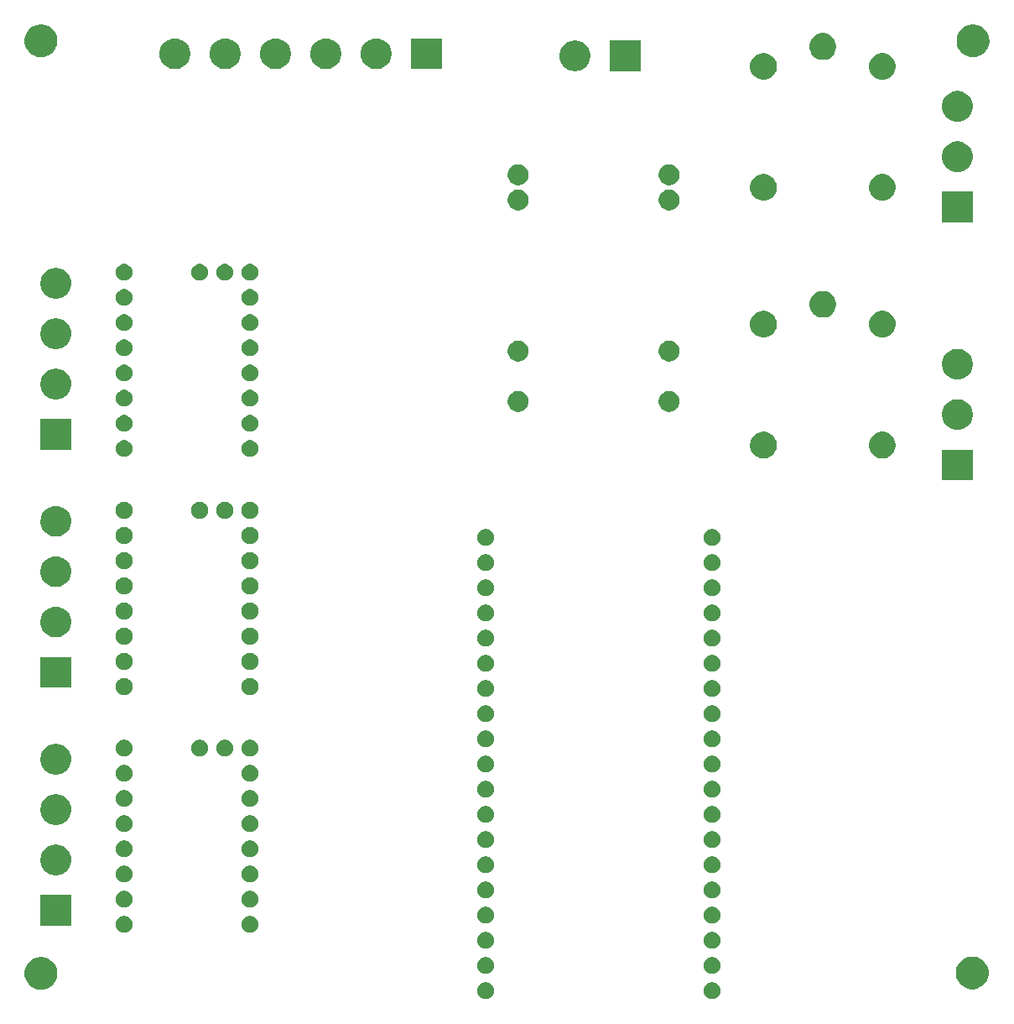
<source format=gbs>
G04 #@! TF.GenerationSoftware,KiCad,Pcbnew,(5.1.2)-1*
G04 #@! TF.CreationDate,2019-08-22T02:28:44+10:00*
G04 #@! TF.ProjectId,NodeMCU ESP-32S Trinamic CNC,4e6f6465-4d43-4552-9045-53502d333253,rev?*
G04 #@! TF.SameCoordinates,Original*
G04 #@! TF.FileFunction,Soldermask,Bot*
G04 #@! TF.FilePolarity,Negative*
%FSLAX46Y46*%
G04 Gerber Fmt 4.6, Leading zero omitted, Abs format (unit mm)*
G04 Created by KiCad (PCBNEW (5.1.2)-1) date 2019-08-22 02:28:44*
%MOMM*%
%LPD*%
G04 APERTURE LIST*
%ADD10C,0.100000*%
G04 APERTURE END LIST*
D10*
G36*
X117988228Y-144481703D02*
G01*
X118143100Y-144545853D01*
X118282481Y-144638985D01*
X118401015Y-144757519D01*
X118494147Y-144896900D01*
X118558297Y-145051772D01*
X118591000Y-145216184D01*
X118591000Y-145383816D01*
X118558297Y-145548228D01*
X118494147Y-145703100D01*
X118401015Y-145842481D01*
X118282481Y-145961015D01*
X118143100Y-146054147D01*
X117988228Y-146118297D01*
X117823816Y-146151000D01*
X117656184Y-146151000D01*
X117491772Y-146118297D01*
X117336900Y-146054147D01*
X117197519Y-145961015D01*
X117078985Y-145842481D01*
X116985853Y-145703100D01*
X116921703Y-145548228D01*
X116889000Y-145383816D01*
X116889000Y-145216184D01*
X116921703Y-145051772D01*
X116985853Y-144896900D01*
X117078985Y-144757519D01*
X117197519Y-144638985D01*
X117336900Y-144545853D01*
X117491772Y-144481703D01*
X117656184Y-144449000D01*
X117823816Y-144449000D01*
X117988228Y-144481703D01*
X117988228Y-144481703D01*
G37*
G36*
X95128228Y-144481703D02*
G01*
X95283100Y-144545853D01*
X95422481Y-144638985D01*
X95541015Y-144757519D01*
X95634147Y-144896900D01*
X95698297Y-145051772D01*
X95731000Y-145216184D01*
X95731000Y-145383816D01*
X95698297Y-145548228D01*
X95634147Y-145703100D01*
X95541015Y-145842481D01*
X95422481Y-145961015D01*
X95283100Y-146054147D01*
X95128228Y-146118297D01*
X94963816Y-146151000D01*
X94796184Y-146151000D01*
X94631772Y-146118297D01*
X94476900Y-146054147D01*
X94337519Y-145961015D01*
X94218985Y-145842481D01*
X94125853Y-145703100D01*
X94061703Y-145548228D01*
X94029000Y-145383816D01*
X94029000Y-145216184D01*
X94061703Y-145051772D01*
X94125853Y-144896900D01*
X94218985Y-144757519D01*
X94337519Y-144638985D01*
X94476900Y-144545853D01*
X94631772Y-144481703D01*
X94796184Y-144449000D01*
X94963816Y-144449000D01*
X95128228Y-144481703D01*
X95128228Y-144481703D01*
G37*
G36*
X50327073Y-141941703D02*
G01*
X50471579Y-141970447D01*
X50772042Y-142094903D01*
X51042451Y-142275585D01*
X51272415Y-142505549D01*
X51453097Y-142775958D01*
X51577553Y-143076421D01*
X51641000Y-143395391D01*
X51641000Y-143720609D01*
X51577553Y-144039579D01*
X51453097Y-144340042D01*
X51272415Y-144610451D01*
X51042451Y-144840415D01*
X50772042Y-145021097D01*
X50471579Y-145145553D01*
X50365256Y-145166702D01*
X50152611Y-145209000D01*
X49827389Y-145209000D01*
X49614744Y-145166702D01*
X49508421Y-145145553D01*
X49207958Y-145021097D01*
X48937549Y-144840415D01*
X48707585Y-144610451D01*
X48526903Y-144340042D01*
X48402447Y-144039579D01*
X48339000Y-143720609D01*
X48339000Y-143395391D01*
X48402447Y-143076421D01*
X48526903Y-142775958D01*
X48707585Y-142505549D01*
X48937549Y-142275585D01*
X49207958Y-142094903D01*
X49508421Y-141970447D01*
X49652927Y-141941703D01*
X49827389Y-141907000D01*
X50152611Y-141907000D01*
X50327073Y-141941703D01*
X50327073Y-141941703D01*
G37*
G36*
X144375256Y-141891298D02*
G01*
X144481579Y-141912447D01*
X144782042Y-142036903D01*
X145052451Y-142217585D01*
X145282415Y-142447549D01*
X145463097Y-142717958D01*
X145587553Y-143018421D01*
X145651000Y-143337391D01*
X145651000Y-143662609D01*
X145587553Y-143981579D01*
X145463097Y-144282042D01*
X145282415Y-144552451D01*
X145052451Y-144782415D01*
X144782042Y-144963097D01*
X144481579Y-145087553D01*
X144375256Y-145108702D01*
X144162611Y-145151000D01*
X143837389Y-145151000D01*
X143624744Y-145108702D01*
X143518421Y-145087553D01*
X143217958Y-144963097D01*
X142947549Y-144782415D01*
X142717585Y-144552451D01*
X142536903Y-144282042D01*
X142412447Y-143981579D01*
X142349000Y-143662609D01*
X142349000Y-143337391D01*
X142412447Y-143018421D01*
X142536903Y-142717958D01*
X142717585Y-142447549D01*
X142947549Y-142217585D01*
X143217958Y-142036903D01*
X143518421Y-141912447D01*
X143624744Y-141891298D01*
X143837389Y-141849000D01*
X144162611Y-141849000D01*
X144375256Y-141891298D01*
X144375256Y-141891298D01*
G37*
G36*
X117988228Y-141941703D02*
G01*
X118143100Y-142005853D01*
X118282481Y-142098985D01*
X118401015Y-142217519D01*
X118494147Y-142356900D01*
X118558297Y-142511772D01*
X118591000Y-142676184D01*
X118591000Y-142843816D01*
X118558297Y-143008228D01*
X118494147Y-143163100D01*
X118401015Y-143302481D01*
X118282481Y-143421015D01*
X118143100Y-143514147D01*
X117988228Y-143578297D01*
X117823816Y-143611000D01*
X117656184Y-143611000D01*
X117491772Y-143578297D01*
X117336900Y-143514147D01*
X117197519Y-143421015D01*
X117078985Y-143302481D01*
X116985853Y-143163100D01*
X116921703Y-143008228D01*
X116889000Y-142843816D01*
X116889000Y-142676184D01*
X116921703Y-142511772D01*
X116985853Y-142356900D01*
X117078985Y-142217519D01*
X117197519Y-142098985D01*
X117336900Y-142005853D01*
X117491772Y-141941703D01*
X117656184Y-141909000D01*
X117823816Y-141909000D01*
X117988228Y-141941703D01*
X117988228Y-141941703D01*
G37*
G36*
X95128228Y-141941703D02*
G01*
X95283100Y-142005853D01*
X95422481Y-142098985D01*
X95541015Y-142217519D01*
X95634147Y-142356900D01*
X95698297Y-142511772D01*
X95731000Y-142676184D01*
X95731000Y-142843816D01*
X95698297Y-143008228D01*
X95634147Y-143163100D01*
X95541015Y-143302481D01*
X95422481Y-143421015D01*
X95283100Y-143514147D01*
X95128228Y-143578297D01*
X94963816Y-143611000D01*
X94796184Y-143611000D01*
X94631772Y-143578297D01*
X94476900Y-143514147D01*
X94337519Y-143421015D01*
X94218985Y-143302481D01*
X94125853Y-143163100D01*
X94061703Y-143008228D01*
X94029000Y-142843816D01*
X94029000Y-142676184D01*
X94061703Y-142511772D01*
X94125853Y-142356900D01*
X94218985Y-142217519D01*
X94337519Y-142098985D01*
X94476900Y-142005853D01*
X94631772Y-141941703D01*
X94796184Y-141909000D01*
X94963816Y-141909000D01*
X95128228Y-141941703D01*
X95128228Y-141941703D01*
G37*
G36*
X95128228Y-139401703D02*
G01*
X95283100Y-139465853D01*
X95422481Y-139558985D01*
X95541015Y-139677519D01*
X95634147Y-139816900D01*
X95698297Y-139971772D01*
X95731000Y-140136184D01*
X95731000Y-140303816D01*
X95698297Y-140468228D01*
X95634147Y-140623100D01*
X95541015Y-140762481D01*
X95422481Y-140881015D01*
X95283100Y-140974147D01*
X95128228Y-141038297D01*
X94963816Y-141071000D01*
X94796184Y-141071000D01*
X94631772Y-141038297D01*
X94476900Y-140974147D01*
X94337519Y-140881015D01*
X94218985Y-140762481D01*
X94125853Y-140623100D01*
X94061703Y-140468228D01*
X94029000Y-140303816D01*
X94029000Y-140136184D01*
X94061703Y-139971772D01*
X94125853Y-139816900D01*
X94218985Y-139677519D01*
X94337519Y-139558985D01*
X94476900Y-139465853D01*
X94631772Y-139401703D01*
X94796184Y-139369000D01*
X94963816Y-139369000D01*
X95128228Y-139401703D01*
X95128228Y-139401703D01*
G37*
G36*
X117988228Y-139401703D02*
G01*
X118143100Y-139465853D01*
X118282481Y-139558985D01*
X118401015Y-139677519D01*
X118494147Y-139816900D01*
X118558297Y-139971772D01*
X118591000Y-140136184D01*
X118591000Y-140303816D01*
X118558297Y-140468228D01*
X118494147Y-140623100D01*
X118401015Y-140762481D01*
X118282481Y-140881015D01*
X118143100Y-140974147D01*
X117988228Y-141038297D01*
X117823816Y-141071000D01*
X117656184Y-141071000D01*
X117491772Y-141038297D01*
X117336900Y-140974147D01*
X117197519Y-140881015D01*
X117078985Y-140762481D01*
X116985853Y-140623100D01*
X116921703Y-140468228D01*
X116889000Y-140303816D01*
X116889000Y-140136184D01*
X116921703Y-139971772D01*
X116985853Y-139816900D01*
X117078985Y-139677519D01*
X117197519Y-139558985D01*
X117336900Y-139465853D01*
X117491772Y-139401703D01*
X117656184Y-139369000D01*
X117823816Y-139369000D01*
X117988228Y-139401703D01*
X117988228Y-139401703D01*
G37*
G36*
X71328228Y-137799703D02*
G01*
X71483100Y-137863853D01*
X71622481Y-137956985D01*
X71741015Y-138075519D01*
X71834147Y-138214900D01*
X71898297Y-138369772D01*
X71931000Y-138534184D01*
X71931000Y-138701816D01*
X71898297Y-138866228D01*
X71834147Y-139021100D01*
X71741015Y-139160481D01*
X71622481Y-139279015D01*
X71483100Y-139372147D01*
X71328228Y-139436297D01*
X71163816Y-139469000D01*
X70996184Y-139469000D01*
X70831772Y-139436297D01*
X70676900Y-139372147D01*
X70537519Y-139279015D01*
X70418985Y-139160481D01*
X70325853Y-139021100D01*
X70261703Y-138866228D01*
X70229000Y-138701816D01*
X70229000Y-138534184D01*
X70261703Y-138369772D01*
X70325853Y-138214900D01*
X70418985Y-138075519D01*
X70537519Y-137956985D01*
X70676900Y-137863853D01*
X70831772Y-137799703D01*
X70996184Y-137767000D01*
X71163816Y-137767000D01*
X71328228Y-137799703D01*
X71328228Y-137799703D01*
G37*
G36*
X58628228Y-137799703D02*
G01*
X58783100Y-137863853D01*
X58922481Y-137956985D01*
X59041015Y-138075519D01*
X59134147Y-138214900D01*
X59198297Y-138369772D01*
X59231000Y-138534184D01*
X59231000Y-138701816D01*
X59198297Y-138866228D01*
X59134147Y-139021100D01*
X59041015Y-139160481D01*
X58922481Y-139279015D01*
X58783100Y-139372147D01*
X58628228Y-139436297D01*
X58463816Y-139469000D01*
X58296184Y-139469000D01*
X58131772Y-139436297D01*
X57976900Y-139372147D01*
X57837519Y-139279015D01*
X57718985Y-139160481D01*
X57625853Y-139021100D01*
X57561703Y-138866228D01*
X57529000Y-138701816D01*
X57529000Y-138534184D01*
X57561703Y-138369772D01*
X57625853Y-138214900D01*
X57718985Y-138075519D01*
X57837519Y-137956985D01*
X57976900Y-137863853D01*
X58131772Y-137799703D01*
X58296184Y-137767000D01*
X58463816Y-137767000D01*
X58628228Y-137799703D01*
X58628228Y-137799703D01*
G37*
G36*
X53051000Y-138749000D02*
G01*
X49949000Y-138749000D01*
X49949000Y-135647000D01*
X53051000Y-135647000D01*
X53051000Y-138749000D01*
X53051000Y-138749000D01*
G37*
G36*
X95128228Y-136861703D02*
G01*
X95283100Y-136925853D01*
X95422481Y-137018985D01*
X95541015Y-137137519D01*
X95634147Y-137276900D01*
X95698297Y-137431772D01*
X95731000Y-137596184D01*
X95731000Y-137763816D01*
X95698297Y-137928228D01*
X95634147Y-138083100D01*
X95541015Y-138222481D01*
X95422481Y-138341015D01*
X95283100Y-138434147D01*
X95128228Y-138498297D01*
X94963816Y-138531000D01*
X94796184Y-138531000D01*
X94631772Y-138498297D01*
X94476900Y-138434147D01*
X94337519Y-138341015D01*
X94218985Y-138222481D01*
X94125853Y-138083100D01*
X94061703Y-137928228D01*
X94029000Y-137763816D01*
X94029000Y-137596184D01*
X94061703Y-137431772D01*
X94125853Y-137276900D01*
X94218985Y-137137519D01*
X94337519Y-137018985D01*
X94476900Y-136925853D01*
X94631772Y-136861703D01*
X94796184Y-136829000D01*
X94963816Y-136829000D01*
X95128228Y-136861703D01*
X95128228Y-136861703D01*
G37*
G36*
X117988228Y-136861703D02*
G01*
X118143100Y-136925853D01*
X118282481Y-137018985D01*
X118401015Y-137137519D01*
X118494147Y-137276900D01*
X118558297Y-137431772D01*
X118591000Y-137596184D01*
X118591000Y-137763816D01*
X118558297Y-137928228D01*
X118494147Y-138083100D01*
X118401015Y-138222481D01*
X118282481Y-138341015D01*
X118143100Y-138434147D01*
X117988228Y-138498297D01*
X117823816Y-138531000D01*
X117656184Y-138531000D01*
X117491772Y-138498297D01*
X117336900Y-138434147D01*
X117197519Y-138341015D01*
X117078985Y-138222481D01*
X116985853Y-138083100D01*
X116921703Y-137928228D01*
X116889000Y-137763816D01*
X116889000Y-137596184D01*
X116921703Y-137431772D01*
X116985853Y-137276900D01*
X117078985Y-137137519D01*
X117197519Y-137018985D01*
X117336900Y-136925853D01*
X117491772Y-136861703D01*
X117656184Y-136829000D01*
X117823816Y-136829000D01*
X117988228Y-136861703D01*
X117988228Y-136861703D01*
G37*
G36*
X58628228Y-135259703D02*
G01*
X58783100Y-135323853D01*
X58922481Y-135416985D01*
X59041015Y-135535519D01*
X59134147Y-135674900D01*
X59198297Y-135829772D01*
X59231000Y-135994184D01*
X59231000Y-136161816D01*
X59198297Y-136326228D01*
X59134147Y-136481100D01*
X59041015Y-136620481D01*
X58922481Y-136739015D01*
X58783100Y-136832147D01*
X58628228Y-136896297D01*
X58463816Y-136929000D01*
X58296184Y-136929000D01*
X58131772Y-136896297D01*
X57976900Y-136832147D01*
X57837519Y-136739015D01*
X57718985Y-136620481D01*
X57625853Y-136481100D01*
X57561703Y-136326228D01*
X57529000Y-136161816D01*
X57529000Y-135994184D01*
X57561703Y-135829772D01*
X57625853Y-135674900D01*
X57718985Y-135535519D01*
X57837519Y-135416985D01*
X57976900Y-135323853D01*
X58131772Y-135259703D01*
X58296184Y-135227000D01*
X58463816Y-135227000D01*
X58628228Y-135259703D01*
X58628228Y-135259703D01*
G37*
G36*
X71328228Y-135259703D02*
G01*
X71483100Y-135323853D01*
X71622481Y-135416985D01*
X71741015Y-135535519D01*
X71834147Y-135674900D01*
X71898297Y-135829772D01*
X71931000Y-135994184D01*
X71931000Y-136161816D01*
X71898297Y-136326228D01*
X71834147Y-136481100D01*
X71741015Y-136620481D01*
X71622481Y-136739015D01*
X71483100Y-136832147D01*
X71328228Y-136896297D01*
X71163816Y-136929000D01*
X70996184Y-136929000D01*
X70831772Y-136896297D01*
X70676900Y-136832147D01*
X70537519Y-136739015D01*
X70418985Y-136620481D01*
X70325853Y-136481100D01*
X70261703Y-136326228D01*
X70229000Y-136161816D01*
X70229000Y-135994184D01*
X70261703Y-135829772D01*
X70325853Y-135674900D01*
X70418985Y-135535519D01*
X70537519Y-135416985D01*
X70676900Y-135323853D01*
X70831772Y-135259703D01*
X70996184Y-135227000D01*
X71163816Y-135227000D01*
X71328228Y-135259703D01*
X71328228Y-135259703D01*
G37*
G36*
X117988228Y-134321703D02*
G01*
X118143100Y-134385853D01*
X118282481Y-134478985D01*
X118401015Y-134597519D01*
X118494147Y-134736900D01*
X118558297Y-134891772D01*
X118591000Y-135056184D01*
X118591000Y-135223816D01*
X118558297Y-135388228D01*
X118494147Y-135543100D01*
X118401015Y-135682481D01*
X118282481Y-135801015D01*
X118143100Y-135894147D01*
X117988228Y-135958297D01*
X117823816Y-135991000D01*
X117656184Y-135991000D01*
X117491772Y-135958297D01*
X117336900Y-135894147D01*
X117197519Y-135801015D01*
X117078985Y-135682481D01*
X116985853Y-135543100D01*
X116921703Y-135388228D01*
X116889000Y-135223816D01*
X116889000Y-135056184D01*
X116921703Y-134891772D01*
X116985853Y-134736900D01*
X117078985Y-134597519D01*
X117197519Y-134478985D01*
X117336900Y-134385853D01*
X117491772Y-134321703D01*
X117656184Y-134289000D01*
X117823816Y-134289000D01*
X117988228Y-134321703D01*
X117988228Y-134321703D01*
G37*
G36*
X95128228Y-134321703D02*
G01*
X95283100Y-134385853D01*
X95422481Y-134478985D01*
X95541015Y-134597519D01*
X95634147Y-134736900D01*
X95698297Y-134891772D01*
X95731000Y-135056184D01*
X95731000Y-135223816D01*
X95698297Y-135388228D01*
X95634147Y-135543100D01*
X95541015Y-135682481D01*
X95422481Y-135801015D01*
X95283100Y-135894147D01*
X95128228Y-135958297D01*
X94963816Y-135991000D01*
X94796184Y-135991000D01*
X94631772Y-135958297D01*
X94476900Y-135894147D01*
X94337519Y-135801015D01*
X94218985Y-135682481D01*
X94125853Y-135543100D01*
X94061703Y-135388228D01*
X94029000Y-135223816D01*
X94029000Y-135056184D01*
X94061703Y-134891772D01*
X94125853Y-134736900D01*
X94218985Y-134597519D01*
X94337519Y-134478985D01*
X94476900Y-134385853D01*
X94631772Y-134321703D01*
X94796184Y-134289000D01*
X94963816Y-134289000D01*
X95128228Y-134321703D01*
X95128228Y-134321703D01*
G37*
G36*
X71328228Y-132719703D02*
G01*
X71483100Y-132783853D01*
X71622481Y-132876985D01*
X71741015Y-132995519D01*
X71834147Y-133134900D01*
X71898297Y-133289772D01*
X71931000Y-133454184D01*
X71931000Y-133621816D01*
X71898297Y-133786228D01*
X71834147Y-133941100D01*
X71741015Y-134080481D01*
X71622481Y-134199015D01*
X71483100Y-134292147D01*
X71328228Y-134356297D01*
X71163816Y-134389000D01*
X70996184Y-134389000D01*
X70831772Y-134356297D01*
X70676900Y-134292147D01*
X70537519Y-134199015D01*
X70418985Y-134080481D01*
X70325853Y-133941100D01*
X70261703Y-133786228D01*
X70229000Y-133621816D01*
X70229000Y-133454184D01*
X70261703Y-133289772D01*
X70325853Y-133134900D01*
X70418985Y-132995519D01*
X70537519Y-132876985D01*
X70676900Y-132783853D01*
X70831772Y-132719703D01*
X70996184Y-132687000D01*
X71163816Y-132687000D01*
X71328228Y-132719703D01*
X71328228Y-132719703D01*
G37*
G36*
X58628228Y-132719703D02*
G01*
X58783100Y-132783853D01*
X58922481Y-132876985D01*
X59041015Y-132995519D01*
X59134147Y-133134900D01*
X59198297Y-133289772D01*
X59231000Y-133454184D01*
X59231000Y-133621816D01*
X59198297Y-133786228D01*
X59134147Y-133941100D01*
X59041015Y-134080481D01*
X58922481Y-134199015D01*
X58783100Y-134292147D01*
X58628228Y-134356297D01*
X58463816Y-134389000D01*
X58296184Y-134389000D01*
X58131772Y-134356297D01*
X57976900Y-134292147D01*
X57837519Y-134199015D01*
X57718985Y-134080481D01*
X57625853Y-133941100D01*
X57561703Y-133786228D01*
X57529000Y-133621816D01*
X57529000Y-133454184D01*
X57561703Y-133289772D01*
X57625853Y-133134900D01*
X57718985Y-132995519D01*
X57837519Y-132876985D01*
X57976900Y-132783853D01*
X58131772Y-132719703D01*
X58296184Y-132687000D01*
X58463816Y-132687000D01*
X58628228Y-132719703D01*
X58628228Y-132719703D01*
G37*
G36*
X51793023Y-130594900D02*
G01*
X51952410Y-130626604D01*
X52234674Y-130743521D01*
X52488705Y-130913259D01*
X52704741Y-131129295D01*
X52874479Y-131383326D01*
X52991396Y-131665590D01*
X52991396Y-131665591D01*
X53027879Y-131849000D01*
X53051000Y-131965240D01*
X53051000Y-132270760D01*
X52991396Y-132570410D01*
X52874479Y-132852674D01*
X52704741Y-133106705D01*
X52488705Y-133322741D01*
X52234674Y-133492479D01*
X51952410Y-133609396D01*
X51889975Y-133621815D01*
X51652761Y-133669000D01*
X51347239Y-133669000D01*
X51110025Y-133621815D01*
X51047590Y-133609396D01*
X50765326Y-133492479D01*
X50511295Y-133322741D01*
X50295259Y-133106705D01*
X50125521Y-132852674D01*
X50008604Y-132570410D01*
X49949000Y-132270760D01*
X49949000Y-131965240D01*
X49972122Y-131849000D01*
X50008604Y-131665591D01*
X50008604Y-131665590D01*
X50125521Y-131383326D01*
X50295259Y-131129295D01*
X50511295Y-130913259D01*
X50765326Y-130743521D01*
X51047590Y-130626604D01*
X51206977Y-130594900D01*
X51347239Y-130567000D01*
X51652761Y-130567000D01*
X51793023Y-130594900D01*
X51793023Y-130594900D01*
G37*
G36*
X117988228Y-131781703D02*
G01*
X118143100Y-131845853D01*
X118282481Y-131938985D01*
X118401015Y-132057519D01*
X118494147Y-132196900D01*
X118558297Y-132351772D01*
X118591000Y-132516184D01*
X118591000Y-132683816D01*
X118558297Y-132848228D01*
X118494147Y-133003100D01*
X118401015Y-133142481D01*
X118282481Y-133261015D01*
X118143100Y-133354147D01*
X117988228Y-133418297D01*
X117823816Y-133451000D01*
X117656184Y-133451000D01*
X117491772Y-133418297D01*
X117336900Y-133354147D01*
X117197519Y-133261015D01*
X117078985Y-133142481D01*
X116985853Y-133003100D01*
X116921703Y-132848228D01*
X116889000Y-132683816D01*
X116889000Y-132516184D01*
X116921703Y-132351772D01*
X116985853Y-132196900D01*
X117078985Y-132057519D01*
X117197519Y-131938985D01*
X117336900Y-131845853D01*
X117491772Y-131781703D01*
X117656184Y-131749000D01*
X117823816Y-131749000D01*
X117988228Y-131781703D01*
X117988228Y-131781703D01*
G37*
G36*
X95128228Y-131781703D02*
G01*
X95283100Y-131845853D01*
X95422481Y-131938985D01*
X95541015Y-132057519D01*
X95634147Y-132196900D01*
X95698297Y-132351772D01*
X95731000Y-132516184D01*
X95731000Y-132683816D01*
X95698297Y-132848228D01*
X95634147Y-133003100D01*
X95541015Y-133142481D01*
X95422481Y-133261015D01*
X95283100Y-133354147D01*
X95128228Y-133418297D01*
X94963816Y-133451000D01*
X94796184Y-133451000D01*
X94631772Y-133418297D01*
X94476900Y-133354147D01*
X94337519Y-133261015D01*
X94218985Y-133142481D01*
X94125853Y-133003100D01*
X94061703Y-132848228D01*
X94029000Y-132683816D01*
X94029000Y-132516184D01*
X94061703Y-132351772D01*
X94125853Y-132196900D01*
X94218985Y-132057519D01*
X94337519Y-131938985D01*
X94476900Y-131845853D01*
X94631772Y-131781703D01*
X94796184Y-131749000D01*
X94963816Y-131749000D01*
X95128228Y-131781703D01*
X95128228Y-131781703D01*
G37*
G36*
X58628228Y-130179703D02*
G01*
X58783100Y-130243853D01*
X58922481Y-130336985D01*
X59041015Y-130455519D01*
X59134147Y-130594900D01*
X59198297Y-130749772D01*
X59231000Y-130914184D01*
X59231000Y-131081816D01*
X59198297Y-131246228D01*
X59134147Y-131401100D01*
X59041015Y-131540481D01*
X58922481Y-131659015D01*
X58783100Y-131752147D01*
X58628228Y-131816297D01*
X58463816Y-131849000D01*
X58296184Y-131849000D01*
X58131772Y-131816297D01*
X57976900Y-131752147D01*
X57837519Y-131659015D01*
X57718985Y-131540481D01*
X57625853Y-131401100D01*
X57561703Y-131246228D01*
X57529000Y-131081816D01*
X57529000Y-130914184D01*
X57561703Y-130749772D01*
X57625853Y-130594900D01*
X57718985Y-130455519D01*
X57837519Y-130336985D01*
X57976900Y-130243853D01*
X58131772Y-130179703D01*
X58296184Y-130147000D01*
X58463816Y-130147000D01*
X58628228Y-130179703D01*
X58628228Y-130179703D01*
G37*
G36*
X71328228Y-130179703D02*
G01*
X71483100Y-130243853D01*
X71622481Y-130336985D01*
X71741015Y-130455519D01*
X71834147Y-130594900D01*
X71898297Y-130749772D01*
X71931000Y-130914184D01*
X71931000Y-131081816D01*
X71898297Y-131246228D01*
X71834147Y-131401100D01*
X71741015Y-131540481D01*
X71622481Y-131659015D01*
X71483100Y-131752147D01*
X71328228Y-131816297D01*
X71163816Y-131849000D01*
X70996184Y-131849000D01*
X70831772Y-131816297D01*
X70676900Y-131752147D01*
X70537519Y-131659015D01*
X70418985Y-131540481D01*
X70325853Y-131401100D01*
X70261703Y-131246228D01*
X70229000Y-131081816D01*
X70229000Y-130914184D01*
X70261703Y-130749772D01*
X70325853Y-130594900D01*
X70418985Y-130455519D01*
X70537519Y-130336985D01*
X70676900Y-130243853D01*
X70831772Y-130179703D01*
X70996184Y-130147000D01*
X71163816Y-130147000D01*
X71328228Y-130179703D01*
X71328228Y-130179703D01*
G37*
G36*
X95128228Y-129241703D02*
G01*
X95283100Y-129305853D01*
X95422481Y-129398985D01*
X95541015Y-129517519D01*
X95634147Y-129656900D01*
X95698297Y-129811772D01*
X95731000Y-129976184D01*
X95731000Y-130143816D01*
X95698297Y-130308228D01*
X95634147Y-130463100D01*
X95541015Y-130602481D01*
X95422481Y-130721015D01*
X95283100Y-130814147D01*
X95128228Y-130878297D01*
X94963816Y-130911000D01*
X94796184Y-130911000D01*
X94631772Y-130878297D01*
X94476900Y-130814147D01*
X94337519Y-130721015D01*
X94218985Y-130602481D01*
X94125853Y-130463100D01*
X94061703Y-130308228D01*
X94029000Y-130143816D01*
X94029000Y-129976184D01*
X94061703Y-129811772D01*
X94125853Y-129656900D01*
X94218985Y-129517519D01*
X94337519Y-129398985D01*
X94476900Y-129305853D01*
X94631772Y-129241703D01*
X94796184Y-129209000D01*
X94963816Y-129209000D01*
X95128228Y-129241703D01*
X95128228Y-129241703D01*
G37*
G36*
X117988228Y-129241703D02*
G01*
X118143100Y-129305853D01*
X118282481Y-129398985D01*
X118401015Y-129517519D01*
X118494147Y-129656900D01*
X118558297Y-129811772D01*
X118591000Y-129976184D01*
X118591000Y-130143816D01*
X118558297Y-130308228D01*
X118494147Y-130463100D01*
X118401015Y-130602481D01*
X118282481Y-130721015D01*
X118143100Y-130814147D01*
X117988228Y-130878297D01*
X117823816Y-130911000D01*
X117656184Y-130911000D01*
X117491772Y-130878297D01*
X117336900Y-130814147D01*
X117197519Y-130721015D01*
X117078985Y-130602481D01*
X116985853Y-130463100D01*
X116921703Y-130308228D01*
X116889000Y-130143816D01*
X116889000Y-129976184D01*
X116921703Y-129811772D01*
X116985853Y-129656900D01*
X117078985Y-129517519D01*
X117197519Y-129398985D01*
X117336900Y-129305853D01*
X117491772Y-129241703D01*
X117656184Y-129209000D01*
X117823816Y-129209000D01*
X117988228Y-129241703D01*
X117988228Y-129241703D01*
G37*
G36*
X58628228Y-127639703D02*
G01*
X58783100Y-127703853D01*
X58922481Y-127796985D01*
X59041015Y-127915519D01*
X59134147Y-128054900D01*
X59198297Y-128209772D01*
X59231000Y-128374184D01*
X59231000Y-128541816D01*
X59198297Y-128706228D01*
X59134147Y-128861100D01*
X59041015Y-129000481D01*
X58922481Y-129119015D01*
X58783100Y-129212147D01*
X58628228Y-129276297D01*
X58463816Y-129309000D01*
X58296184Y-129309000D01*
X58131772Y-129276297D01*
X57976900Y-129212147D01*
X57837519Y-129119015D01*
X57718985Y-129000481D01*
X57625853Y-128861100D01*
X57561703Y-128706228D01*
X57529000Y-128541816D01*
X57529000Y-128374184D01*
X57561703Y-128209772D01*
X57625853Y-128054900D01*
X57718985Y-127915519D01*
X57837519Y-127796985D01*
X57976900Y-127703853D01*
X58131772Y-127639703D01*
X58296184Y-127607000D01*
X58463816Y-127607000D01*
X58628228Y-127639703D01*
X58628228Y-127639703D01*
G37*
G36*
X71328228Y-127639703D02*
G01*
X71483100Y-127703853D01*
X71622481Y-127796985D01*
X71741015Y-127915519D01*
X71834147Y-128054900D01*
X71898297Y-128209772D01*
X71931000Y-128374184D01*
X71931000Y-128541816D01*
X71898297Y-128706228D01*
X71834147Y-128861100D01*
X71741015Y-129000481D01*
X71622481Y-129119015D01*
X71483100Y-129212147D01*
X71328228Y-129276297D01*
X71163816Y-129309000D01*
X70996184Y-129309000D01*
X70831772Y-129276297D01*
X70676900Y-129212147D01*
X70537519Y-129119015D01*
X70418985Y-129000481D01*
X70325853Y-128861100D01*
X70261703Y-128706228D01*
X70229000Y-128541816D01*
X70229000Y-128374184D01*
X70261703Y-128209772D01*
X70325853Y-128054900D01*
X70418985Y-127915519D01*
X70537519Y-127796985D01*
X70676900Y-127703853D01*
X70831772Y-127639703D01*
X70996184Y-127607000D01*
X71163816Y-127607000D01*
X71328228Y-127639703D01*
X71328228Y-127639703D01*
G37*
G36*
X51793023Y-125514900D02*
G01*
X51952410Y-125546604D01*
X52234674Y-125663521D01*
X52488705Y-125833259D01*
X52704741Y-126049295D01*
X52874479Y-126303326D01*
X52991396Y-126585590D01*
X52991396Y-126585591D01*
X53027879Y-126769000D01*
X53051000Y-126885240D01*
X53051000Y-127190760D01*
X52991396Y-127490410D01*
X52874479Y-127772674D01*
X52704741Y-128026705D01*
X52488705Y-128242741D01*
X52234674Y-128412479D01*
X51952410Y-128529396D01*
X51889975Y-128541815D01*
X51652761Y-128589000D01*
X51347239Y-128589000D01*
X51110025Y-128541815D01*
X51047590Y-128529396D01*
X50765326Y-128412479D01*
X50511295Y-128242741D01*
X50295259Y-128026705D01*
X50125521Y-127772674D01*
X50008604Y-127490410D01*
X49949000Y-127190760D01*
X49949000Y-126885240D01*
X49972122Y-126769000D01*
X50008604Y-126585591D01*
X50008604Y-126585590D01*
X50125521Y-126303326D01*
X50295259Y-126049295D01*
X50511295Y-125833259D01*
X50765326Y-125663521D01*
X51047590Y-125546604D01*
X51206977Y-125514900D01*
X51347239Y-125487000D01*
X51652761Y-125487000D01*
X51793023Y-125514900D01*
X51793023Y-125514900D01*
G37*
G36*
X117988228Y-126701703D02*
G01*
X118143100Y-126765853D01*
X118282481Y-126858985D01*
X118401015Y-126977519D01*
X118494147Y-127116900D01*
X118558297Y-127271772D01*
X118591000Y-127436184D01*
X118591000Y-127603816D01*
X118558297Y-127768228D01*
X118494147Y-127923100D01*
X118401015Y-128062481D01*
X118282481Y-128181015D01*
X118143100Y-128274147D01*
X117988228Y-128338297D01*
X117823816Y-128371000D01*
X117656184Y-128371000D01*
X117491772Y-128338297D01*
X117336900Y-128274147D01*
X117197519Y-128181015D01*
X117078985Y-128062481D01*
X116985853Y-127923100D01*
X116921703Y-127768228D01*
X116889000Y-127603816D01*
X116889000Y-127436184D01*
X116921703Y-127271772D01*
X116985853Y-127116900D01*
X117078985Y-126977519D01*
X117197519Y-126858985D01*
X117336900Y-126765853D01*
X117491772Y-126701703D01*
X117656184Y-126669000D01*
X117823816Y-126669000D01*
X117988228Y-126701703D01*
X117988228Y-126701703D01*
G37*
G36*
X95128228Y-126701703D02*
G01*
X95283100Y-126765853D01*
X95422481Y-126858985D01*
X95541015Y-126977519D01*
X95634147Y-127116900D01*
X95698297Y-127271772D01*
X95731000Y-127436184D01*
X95731000Y-127603816D01*
X95698297Y-127768228D01*
X95634147Y-127923100D01*
X95541015Y-128062481D01*
X95422481Y-128181015D01*
X95283100Y-128274147D01*
X95128228Y-128338297D01*
X94963816Y-128371000D01*
X94796184Y-128371000D01*
X94631772Y-128338297D01*
X94476900Y-128274147D01*
X94337519Y-128181015D01*
X94218985Y-128062481D01*
X94125853Y-127923100D01*
X94061703Y-127768228D01*
X94029000Y-127603816D01*
X94029000Y-127436184D01*
X94061703Y-127271772D01*
X94125853Y-127116900D01*
X94218985Y-126977519D01*
X94337519Y-126858985D01*
X94476900Y-126765853D01*
X94631772Y-126701703D01*
X94796184Y-126669000D01*
X94963816Y-126669000D01*
X95128228Y-126701703D01*
X95128228Y-126701703D01*
G37*
G36*
X58628228Y-125099703D02*
G01*
X58783100Y-125163853D01*
X58922481Y-125256985D01*
X59041015Y-125375519D01*
X59134147Y-125514900D01*
X59198297Y-125669772D01*
X59231000Y-125834184D01*
X59231000Y-126001816D01*
X59198297Y-126166228D01*
X59134147Y-126321100D01*
X59041015Y-126460481D01*
X58922481Y-126579015D01*
X58783100Y-126672147D01*
X58628228Y-126736297D01*
X58463816Y-126769000D01*
X58296184Y-126769000D01*
X58131772Y-126736297D01*
X57976900Y-126672147D01*
X57837519Y-126579015D01*
X57718985Y-126460481D01*
X57625853Y-126321100D01*
X57561703Y-126166228D01*
X57529000Y-126001816D01*
X57529000Y-125834184D01*
X57561703Y-125669772D01*
X57625853Y-125514900D01*
X57718985Y-125375519D01*
X57837519Y-125256985D01*
X57976900Y-125163853D01*
X58131772Y-125099703D01*
X58296184Y-125067000D01*
X58463816Y-125067000D01*
X58628228Y-125099703D01*
X58628228Y-125099703D01*
G37*
G36*
X71328228Y-125099703D02*
G01*
X71483100Y-125163853D01*
X71622481Y-125256985D01*
X71741015Y-125375519D01*
X71834147Y-125514900D01*
X71898297Y-125669772D01*
X71931000Y-125834184D01*
X71931000Y-126001816D01*
X71898297Y-126166228D01*
X71834147Y-126321100D01*
X71741015Y-126460481D01*
X71622481Y-126579015D01*
X71483100Y-126672147D01*
X71328228Y-126736297D01*
X71163816Y-126769000D01*
X70996184Y-126769000D01*
X70831772Y-126736297D01*
X70676900Y-126672147D01*
X70537519Y-126579015D01*
X70418985Y-126460481D01*
X70325853Y-126321100D01*
X70261703Y-126166228D01*
X70229000Y-126001816D01*
X70229000Y-125834184D01*
X70261703Y-125669772D01*
X70325853Y-125514900D01*
X70418985Y-125375519D01*
X70537519Y-125256985D01*
X70676900Y-125163853D01*
X70831772Y-125099703D01*
X70996184Y-125067000D01*
X71163816Y-125067000D01*
X71328228Y-125099703D01*
X71328228Y-125099703D01*
G37*
G36*
X117988228Y-124161703D02*
G01*
X118143100Y-124225853D01*
X118282481Y-124318985D01*
X118401015Y-124437519D01*
X118494147Y-124576900D01*
X118558297Y-124731772D01*
X118591000Y-124896184D01*
X118591000Y-125063816D01*
X118558297Y-125228228D01*
X118494147Y-125383100D01*
X118401015Y-125522481D01*
X118282481Y-125641015D01*
X118143100Y-125734147D01*
X117988228Y-125798297D01*
X117823816Y-125831000D01*
X117656184Y-125831000D01*
X117491772Y-125798297D01*
X117336900Y-125734147D01*
X117197519Y-125641015D01*
X117078985Y-125522481D01*
X116985853Y-125383100D01*
X116921703Y-125228228D01*
X116889000Y-125063816D01*
X116889000Y-124896184D01*
X116921703Y-124731772D01*
X116985853Y-124576900D01*
X117078985Y-124437519D01*
X117197519Y-124318985D01*
X117336900Y-124225853D01*
X117491772Y-124161703D01*
X117656184Y-124129000D01*
X117823816Y-124129000D01*
X117988228Y-124161703D01*
X117988228Y-124161703D01*
G37*
G36*
X95128228Y-124161703D02*
G01*
X95283100Y-124225853D01*
X95422481Y-124318985D01*
X95541015Y-124437519D01*
X95634147Y-124576900D01*
X95698297Y-124731772D01*
X95731000Y-124896184D01*
X95731000Y-125063816D01*
X95698297Y-125228228D01*
X95634147Y-125383100D01*
X95541015Y-125522481D01*
X95422481Y-125641015D01*
X95283100Y-125734147D01*
X95128228Y-125798297D01*
X94963816Y-125831000D01*
X94796184Y-125831000D01*
X94631772Y-125798297D01*
X94476900Y-125734147D01*
X94337519Y-125641015D01*
X94218985Y-125522481D01*
X94125853Y-125383100D01*
X94061703Y-125228228D01*
X94029000Y-125063816D01*
X94029000Y-124896184D01*
X94061703Y-124731772D01*
X94125853Y-124576900D01*
X94218985Y-124437519D01*
X94337519Y-124318985D01*
X94476900Y-124225853D01*
X94631772Y-124161703D01*
X94796184Y-124129000D01*
X94963816Y-124129000D01*
X95128228Y-124161703D01*
X95128228Y-124161703D01*
G37*
G36*
X71328228Y-122559703D02*
G01*
X71483100Y-122623853D01*
X71622481Y-122716985D01*
X71741015Y-122835519D01*
X71834147Y-122974900D01*
X71898297Y-123129772D01*
X71931000Y-123294184D01*
X71931000Y-123461816D01*
X71898297Y-123626228D01*
X71834147Y-123781100D01*
X71741015Y-123920481D01*
X71622481Y-124039015D01*
X71483100Y-124132147D01*
X71328228Y-124196297D01*
X71163816Y-124229000D01*
X70996184Y-124229000D01*
X70831772Y-124196297D01*
X70676900Y-124132147D01*
X70537519Y-124039015D01*
X70418985Y-123920481D01*
X70325853Y-123781100D01*
X70261703Y-123626228D01*
X70229000Y-123461816D01*
X70229000Y-123294184D01*
X70261703Y-123129772D01*
X70325853Y-122974900D01*
X70418985Y-122835519D01*
X70537519Y-122716985D01*
X70676900Y-122623853D01*
X70831772Y-122559703D01*
X70996184Y-122527000D01*
X71163816Y-122527000D01*
X71328228Y-122559703D01*
X71328228Y-122559703D01*
G37*
G36*
X58628228Y-122559703D02*
G01*
X58783100Y-122623853D01*
X58922481Y-122716985D01*
X59041015Y-122835519D01*
X59134147Y-122974900D01*
X59198297Y-123129772D01*
X59231000Y-123294184D01*
X59231000Y-123461816D01*
X59198297Y-123626228D01*
X59134147Y-123781100D01*
X59041015Y-123920481D01*
X58922481Y-124039015D01*
X58783100Y-124132147D01*
X58628228Y-124196297D01*
X58463816Y-124229000D01*
X58296184Y-124229000D01*
X58131772Y-124196297D01*
X57976900Y-124132147D01*
X57837519Y-124039015D01*
X57718985Y-123920481D01*
X57625853Y-123781100D01*
X57561703Y-123626228D01*
X57529000Y-123461816D01*
X57529000Y-123294184D01*
X57561703Y-123129772D01*
X57625853Y-122974900D01*
X57718985Y-122835519D01*
X57837519Y-122716985D01*
X57976900Y-122623853D01*
X58131772Y-122559703D01*
X58296184Y-122527000D01*
X58463816Y-122527000D01*
X58628228Y-122559703D01*
X58628228Y-122559703D01*
G37*
G36*
X51793023Y-120434900D02*
G01*
X51952410Y-120466604D01*
X52234674Y-120583521D01*
X52488705Y-120753259D01*
X52704741Y-120969295D01*
X52874479Y-121223326D01*
X52991396Y-121505590D01*
X52991396Y-121505591D01*
X53027879Y-121689000D01*
X53051000Y-121805240D01*
X53051000Y-122110760D01*
X52991396Y-122410410D01*
X52874479Y-122692674D01*
X52704741Y-122946705D01*
X52488705Y-123162741D01*
X52234674Y-123332479D01*
X51952410Y-123449396D01*
X51889975Y-123461815D01*
X51652761Y-123509000D01*
X51347239Y-123509000D01*
X51110025Y-123461815D01*
X51047590Y-123449396D01*
X50765326Y-123332479D01*
X50511295Y-123162741D01*
X50295259Y-122946705D01*
X50125521Y-122692674D01*
X50008604Y-122410410D01*
X49949000Y-122110760D01*
X49949000Y-121805240D01*
X49972122Y-121689000D01*
X50008604Y-121505591D01*
X50008604Y-121505590D01*
X50125521Y-121223326D01*
X50295259Y-120969295D01*
X50511295Y-120753259D01*
X50765326Y-120583521D01*
X51047590Y-120466604D01*
X51206977Y-120434900D01*
X51347239Y-120407000D01*
X51652761Y-120407000D01*
X51793023Y-120434900D01*
X51793023Y-120434900D01*
G37*
G36*
X95128228Y-121621703D02*
G01*
X95283100Y-121685853D01*
X95422481Y-121778985D01*
X95541015Y-121897519D01*
X95634147Y-122036900D01*
X95698297Y-122191772D01*
X95731000Y-122356184D01*
X95731000Y-122523816D01*
X95698297Y-122688228D01*
X95634147Y-122843100D01*
X95541015Y-122982481D01*
X95422481Y-123101015D01*
X95283100Y-123194147D01*
X95128228Y-123258297D01*
X94963816Y-123291000D01*
X94796184Y-123291000D01*
X94631772Y-123258297D01*
X94476900Y-123194147D01*
X94337519Y-123101015D01*
X94218985Y-122982481D01*
X94125853Y-122843100D01*
X94061703Y-122688228D01*
X94029000Y-122523816D01*
X94029000Y-122356184D01*
X94061703Y-122191772D01*
X94125853Y-122036900D01*
X94218985Y-121897519D01*
X94337519Y-121778985D01*
X94476900Y-121685853D01*
X94631772Y-121621703D01*
X94796184Y-121589000D01*
X94963816Y-121589000D01*
X95128228Y-121621703D01*
X95128228Y-121621703D01*
G37*
G36*
X117988228Y-121621703D02*
G01*
X118143100Y-121685853D01*
X118282481Y-121778985D01*
X118401015Y-121897519D01*
X118494147Y-122036900D01*
X118558297Y-122191772D01*
X118591000Y-122356184D01*
X118591000Y-122523816D01*
X118558297Y-122688228D01*
X118494147Y-122843100D01*
X118401015Y-122982481D01*
X118282481Y-123101015D01*
X118143100Y-123194147D01*
X117988228Y-123258297D01*
X117823816Y-123291000D01*
X117656184Y-123291000D01*
X117491772Y-123258297D01*
X117336900Y-123194147D01*
X117197519Y-123101015D01*
X117078985Y-122982481D01*
X116985853Y-122843100D01*
X116921703Y-122688228D01*
X116889000Y-122523816D01*
X116889000Y-122356184D01*
X116921703Y-122191772D01*
X116985853Y-122036900D01*
X117078985Y-121897519D01*
X117197519Y-121778985D01*
X117336900Y-121685853D01*
X117491772Y-121621703D01*
X117656184Y-121589000D01*
X117823816Y-121589000D01*
X117988228Y-121621703D01*
X117988228Y-121621703D01*
G37*
G36*
X58628228Y-120019703D02*
G01*
X58783100Y-120083853D01*
X58922481Y-120176985D01*
X59041015Y-120295519D01*
X59134147Y-120434900D01*
X59198297Y-120589772D01*
X59231000Y-120754184D01*
X59231000Y-120921816D01*
X59198297Y-121086228D01*
X59134147Y-121241100D01*
X59041015Y-121380481D01*
X58922481Y-121499015D01*
X58783100Y-121592147D01*
X58628228Y-121656297D01*
X58463816Y-121689000D01*
X58296184Y-121689000D01*
X58131772Y-121656297D01*
X57976900Y-121592147D01*
X57837519Y-121499015D01*
X57718985Y-121380481D01*
X57625853Y-121241100D01*
X57561703Y-121086228D01*
X57529000Y-120921816D01*
X57529000Y-120754184D01*
X57561703Y-120589772D01*
X57625853Y-120434900D01*
X57718985Y-120295519D01*
X57837519Y-120176985D01*
X57976900Y-120083853D01*
X58131772Y-120019703D01*
X58296184Y-119987000D01*
X58463816Y-119987000D01*
X58628228Y-120019703D01*
X58628228Y-120019703D01*
G37*
G36*
X71328228Y-120019703D02*
G01*
X71483100Y-120083853D01*
X71622481Y-120176985D01*
X71741015Y-120295519D01*
X71834147Y-120434900D01*
X71898297Y-120589772D01*
X71931000Y-120754184D01*
X71931000Y-120921816D01*
X71898297Y-121086228D01*
X71834147Y-121241100D01*
X71741015Y-121380481D01*
X71622481Y-121499015D01*
X71483100Y-121592147D01*
X71328228Y-121656297D01*
X71163816Y-121689000D01*
X70996184Y-121689000D01*
X70831772Y-121656297D01*
X70676900Y-121592147D01*
X70537519Y-121499015D01*
X70418985Y-121380481D01*
X70325853Y-121241100D01*
X70261703Y-121086228D01*
X70229000Y-120921816D01*
X70229000Y-120754184D01*
X70261703Y-120589772D01*
X70325853Y-120434900D01*
X70418985Y-120295519D01*
X70537519Y-120176985D01*
X70676900Y-120083853D01*
X70831772Y-120019703D01*
X70996184Y-119987000D01*
X71163816Y-119987000D01*
X71328228Y-120019703D01*
X71328228Y-120019703D01*
G37*
G36*
X68788228Y-120019703D02*
G01*
X68943100Y-120083853D01*
X69082481Y-120176985D01*
X69201015Y-120295519D01*
X69294147Y-120434900D01*
X69358297Y-120589772D01*
X69391000Y-120754184D01*
X69391000Y-120921816D01*
X69358297Y-121086228D01*
X69294147Y-121241100D01*
X69201015Y-121380481D01*
X69082481Y-121499015D01*
X68943100Y-121592147D01*
X68788228Y-121656297D01*
X68623816Y-121689000D01*
X68456184Y-121689000D01*
X68291772Y-121656297D01*
X68136900Y-121592147D01*
X67997519Y-121499015D01*
X67878985Y-121380481D01*
X67785853Y-121241100D01*
X67721703Y-121086228D01*
X67689000Y-120921816D01*
X67689000Y-120754184D01*
X67721703Y-120589772D01*
X67785853Y-120434900D01*
X67878985Y-120295519D01*
X67997519Y-120176985D01*
X68136900Y-120083853D01*
X68291772Y-120019703D01*
X68456184Y-119987000D01*
X68623816Y-119987000D01*
X68788228Y-120019703D01*
X68788228Y-120019703D01*
G37*
G36*
X66248228Y-120019703D02*
G01*
X66403100Y-120083853D01*
X66542481Y-120176985D01*
X66661015Y-120295519D01*
X66754147Y-120434900D01*
X66818297Y-120589772D01*
X66851000Y-120754184D01*
X66851000Y-120921816D01*
X66818297Y-121086228D01*
X66754147Y-121241100D01*
X66661015Y-121380481D01*
X66542481Y-121499015D01*
X66403100Y-121592147D01*
X66248228Y-121656297D01*
X66083816Y-121689000D01*
X65916184Y-121689000D01*
X65751772Y-121656297D01*
X65596900Y-121592147D01*
X65457519Y-121499015D01*
X65338985Y-121380481D01*
X65245853Y-121241100D01*
X65181703Y-121086228D01*
X65149000Y-120921816D01*
X65149000Y-120754184D01*
X65181703Y-120589772D01*
X65245853Y-120434900D01*
X65338985Y-120295519D01*
X65457519Y-120176985D01*
X65596900Y-120083853D01*
X65751772Y-120019703D01*
X65916184Y-119987000D01*
X66083816Y-119987000D01*
X66248228Y-120019703D01*
X66248228Y-120019703D01*
G37*
G36*
X117988228Y-119081703D02*
G01*
X118143100Y-119145853D01*
X118282481Y-119238985D01*
X118401015Y-119357519D01*
X118494147Y-119496900D01*
X118558297Y-119651772D01*
X118591000Y-119816184D01*
X118591000Y-119983816D01*
X118558297Y-120148228D01*
X118494147Y-120303100D01*
X118401015Y-120442481D01*
X118282481Y-120561015D01*
X118143100Y-120654147D01*
X117988228Y-120718297D01*
X117823816Y-120751000D01*
X117656184Y-120751000D01*
X117491772Y-120718297D01*
X117336900Y-120654147D01*
X117197519Y-120561015D01*
X117078985Y-120442481D01*
X116985853Y-120303100D01*
X116921703Y-120148228D01*
X116889000Y-119983816D01*
X116889000Y-119816184D01*
X116921703Y-119651772D01*
X116985853Y-119496900D01*
X117078985Y-119357519D01*
X117197519Y-119238985D01*
X117336900Y-119145853D01*
X117491772Y-119081703D01*
X117656184Y-119049000D01*
X117823816Y-119049000D01*
X117988228Y-119081703D01*
X117988228Y-119081703D01*
G37*
G36*
X95128228Y-119081703D02*
G01*
X95283100Y-119145853D01*
X95422481Y-119238985D01*
X95541015Y-119357519D01*
X95634147Y-119496900D01*
X95698297Y-119651772D01*
X95731000Y-119816184D01*
X95731000Y-119983816D01*
X95698297Y-120148228D01*
X95634147Y-120303100D01*
X95541015Y-120442481D01*
X95422481Y-120561015D01*
X95283100Y-120654147D01*
X95128228Y-120718297D01*
X94963816Y-120751000D01*
X94796184Y-120751000D01*
X94631772Y-120718297D01*
X94476900Y-120654147D01*
X94337519Y-120561015D01*
X94218985Y-120442481D01*
X94125853Y-120303100D01*
X94061703Y-120148228D01*
X94029000Y-119983816D01*
X94029000Y-119816184D01*
X94061703Y-119651772D01*
X94125853Y-119496900D01*
X94218985Y-119357519D01*
X94337519Y-119238985D01*
X94476900Y-119145853D01*
X94631772Y-119081703D01*
X94796184Y-119049000D01*
X94963816Y-119049000D01*
X95128228Y-119081703D01*
X95128228Y-119081703D01*
G37*
G36*
X95128228Y-116541703D02*
G01*
X95283100Y-116605853D01*
X95422481Y-116698985D01*
X95541015Y-116817519D01*
X95634147Y-116956900D01*
X95698297Y-117111772D01*
X95731000Y-117276184D01*
X95731000Y-117443816D01*
X95698297Y-117608228D01*
X95634147Y-117763100D01*
X95541015Y-117902481D01*
X95422481Y-118021015D01*
X95283100Y-118114147D01*
X95128228Y-118178297D01*
X94963816Y-118211000D01*
X94796184Y-118211000D01*
X94631772Y-118178297D01*
X94476900Y-118114147D01*
X94337519Y-118021015D01*
X94218985Y-117902481D01*
X94125853Y-117763100D01*
X94061703Y-117608228D01*
X94029000Y-117443816D01*
X94029000Y-117276184D01*
X94061703Y-117111772D01*
X94125853Y-116956900D01*
X94218985Y-116817519D01*
X94337519Y-116698985D01*
X94476900Y-116605853D01*
X94631772Y-116541703D01*
X94796184Y-116509000D01*
X94963816Y-116509000D01*
X95128228Y-116541703D01*
X95128228Y-116541703D01*
G37*
G36*
X117988228Y-116541703D02*
G01*
X118143100Y-116605853D01*
X118282481Y-116698985D01*
X118401015Y-116817519D01*
X118494147Y-116956900D01*
X118558297Y-117111772D01*
X118591000Y-117276184D01*
X118591000Y-117443816D01*
X118558297Y-117608228D01*
X118494147Y-117763100D01*
X118401015Y-117902481D01*
X118282481Y-118021015D01*
X118143100Y-118114147D01*
X117988228Y-118178297D01*
X117823816Y-118211000D01*
X117656184Y-118211000D01*
X117491772Y-118178297D01*
X117336900Y-118114147D01*
X117197519Y-118021015D01*
X117078985Y-117902481D01*
X116985853Y-117763100D01*
X116921703Y-117608228D01*
X116889000Y-117443816D01*
X116889000Y-117276184D01*
X116921703Y-117111772D01*
X116985853Y-116956900D01*
X117078985Y-116817519D01*
X117197519Y-116698985D01*
X117336900Y-116605853D01*
X117491772Y-116541703D01*
X117656184Y-116509000D01*
X117823816Y-116509000D01*
X117988228Y-116541703D01*
X117988228Y-116541703D01*
G37*
G36*
X95128228Y-114001703D02*
G01*
X95283100Y-114065853D01*
X95422481Y-114158985D01*
X95541015Y-114277519D01*
X95634147Y-114416900D01*
X95698297Y-114571772D01*
X95731000Y-114736184D01*
X95731000Y-114903816D01*
X95698297Y-115068228D01*
X95634147Y-115223100D01*
X95541015Y-115362481D01*
X95422481Y-115481015D01*
X95283100Y-115574147D01*
X95128228Y-115638297D01*
X94963816Y-115671000D01*
X94796184Y-115671000D01*
X94631772Y-115638297D01*
X94476900Y-115574147D01*
X94337519Y-115481015D01*
X94218985Y-115362481D01*
X94125853Y-115223100D01*
X94061703Y-115068228D01*
X94029000Y-114903816D01*
X94029000Y-114736184D01*
X94061703Y-114571772D01*
X94125853Y-114416900D01*
X94218985Y-114277519D01*
X94337519Y-114158985D01*
X94476900Y-114065853D01*
X94631772Y-114001703D01*
X94796184Y-113969000D01*
X94963816Y-113969000D01*
X95128228Y-114001703D01*
X95128228Y-114001703D01*
G37*
G36*
X117988228Y-114001703D02*
G01*
X118143100Y-114065853D01*
X118282481Y-114158985D01*
X118401015Y-114277519D01*
X118494147Y-114416900D01*
X118558297Y-114571772D01*
X118591000Y-114736184D01*
X118591000Y-114903816D01*
X118558297Y-115068228D01*
X118494147Y-115223100D01*
X118401015Y-115362481D01*
X118282481Y-115481015D01*
X118143100Y-115574147D01*
X117988228Y-115638297D01*
X117823816Y-115671000D01*
X117656184Y-115671000D01*
X117491772Y-115638297D01*
X117336900Y-115574147D01*
X117197519Y-115481015D01*
X117078985Y-115362481D01*
X116985853Y-115223100D01*
X116921703Y-115068228D01*
X116889000Y-114903816D01*
X116889000Y-114736184D01*
X116921703Y-114571772D01*
X116985853Y-114416900D01*
X117078985Y-114277519D01*
X117197519Y-114158985D01*
X117336900Y-114065853D01*
X117491772Y-114001703D01*
X117656184Y-113969000D01*
X117823816Y-113969000D01*
X117988228Y-114001703D01*
X117988228Y-114001703D01*
G37*
G36*
X58628228Y-113799703D02*
G01*
X58783100Y-113863853D01*
X58922481Y-113956985D01*
X59041015Y-114075519D01*
X59134147Y-114214900D01*
X59198297Y-114369772D01*
X59231000Y-114534184D01*
X59231000Y-114701816D01*
X59198297Y-114866228D01*
X59134147Y-115021100D01*
X59041015Y-115160481D01*
X58922481Y-115279015D01*
X58783100Y-115372147D01*
X58628228Y-115436297D01*
X58463816Y-115469000D01*
X58296184Y-115469000D01*
X58131772Y-115436297D01*
X57976900Y-115372147D01*
X57837519Y-115279015D01*
X57718985Y-115160481D01*
X57625853Y-115021100D01*
X57561703Y-114866228D01*
X57529000Y-114701816D01*
X57529000Y-114534184D01*
X57561703Y-114369772D01*
X57625853Y-114214900D01*
X57718985Y-114075519D01*
X57837519Y-113956985D01*
X57976900Y-113863853D01*
X58131772Y-113799703D01*
X58296184Y-113767000D01*
X58463816Y-113767000D01*
X58628228Y-113799703D01*
X58628228Y-113799703D01*
G37*
G36*
X71328228Y-113799703D02*
G01*
X71483100Y-113863853D01*
X71622481Y-113956985D01*
X71741015Y-114075519D01*
X71834147Y-114214900D01*
X71898297Y-114369772D01*
X71931000Y-114534184D01*
X71931000Y-114701816D01*
X71898297Y-114866228D01*
X71834147Y-115021100D01*
X71741015Y-115160481D01*
X71622481Y-115279015D01*
X71483100Y-115372147D01*
X71328228Y-115436297D01*
X71163816Y-115469000D01*
X70996184Y-115469000D01*
X70831772Y-115436297D01*
X70676900Y-115372147D01*
X70537519Y-115279015D01*
X70418985Y-115160481D01*
X70325853Y-115021100D01*
X70261703Y-114866228D01*
X70229000Y-114701816D01*
X70229000Y-114534184D01*
X70261703Y-114369772D01*
X70325853Y-114214900D01*
X70418985Y-114075519D01*
X70537519Y-113956985D01*
X70676900Y-113863853D01*
X70831772Y-113799703D01*
X70996184Y-113767000D01*
X71163816Y-113767000D01*
X71328228Y-113799703D01*
X71328228Y-113799703D01*
G37*
G36*
X53051000Y-114749000D02*
G01*
X49949000Y-114749000D01*
X49949000Y-111647000D01*
X53051000Y-111647000D01*
X53051000Y-114749000D01*
X53051000Y-114749000D01*
G37*
G36*
X95128228Y-111461703D02*
G01*
X95283100Y-111525853D01*
X95422481Y-111618985D01*
X95541015Y-111737519D01*
X95634147Y-111876900D01*
X95698297Y-112031772D01*
X95731000Y-112196184D01*
X95731000Y-112363816D01*
X95698297Y-112528228D01*
X95634147Y-112683100D01*
X95541015Y-112822481D01*
X95422481Y-112941015D01*
X95283100Y-113034147D01*
X95128228Y-113098297D01*
X94963816Y-113131000D01*
X94796184Y-113131000D01*
X94631772Y-113098297D01*
X94476900Y-113034147D01*
X94337519Y-112941015D01*
X94218985Y-112822481D01*
X94125853Y-112683100D01*
X94061703Y-112528228D01*
X94029000Y-112363816D01*
X94029000Y-112196184D01*
X94061703Y-112031772D01*
X94125853Y-111876900D01*
X94218985Y-111737519D01*
X94337519Y-111618985D01*
X94476900Y-111525853D01*
X94631772Y-111461703D01*
X94796184Y-111429000D01*
X94963816Y-111429000D01*
X95128228Y-111461703D01*
X95128228Y-111461703D01*
G37*
G36*
X117988228Y-111461703D02*
G01*
X118143100Y-111525853D01*
X118282481Y-111618985D01*
X118401015Y-111737519D01*
X118494147Y-111876900D01*
X118558297Y-112031772D01*
X118591000Y-112196184D01*
X118591000Y-112363816D01*
X118558297Y-112528228D01*
X118494147Y-112683100D01*
X118401015Y-112822481D01*
X118282481Y-112941015D01*
X118143100Y-113034147D01*
X117988228Y-113098297D01*
X117823816Y-113131000D01*
X117656184Y-113131000D01*
X117491772Y-113098297D01*
X117336900Y-113034147D01*
X117197519Y-112941015D01*
X117078985Y-112822481D01*
X116985853Y-112683100D01*
X116921703Y-112528228D01*
X116889000Y-112363816D01*
X116889000Y-112196184D01*
X116921703Y-112031772D01*
X116985853Y-111876900D01*
X117078985Y-111737519D01*
X117197519Y-111618985D01*
X117336900Y-111525853D01*
X117491772Y-111461703D01*
X117656184Y-111429000D01*
X117823816Y-111429000D01*
X117988228Y-111461703D01*
X117988228Y-111461703D01*
G37*
G36*
X71328228Y-111259703D02*
G01*
X71483100Y-111323853D01*
X71622481Y-111416985D01*
X71741015Y-111535519D01*
X71834147Y-111674900D01*
X71898297Y-111829772D01*
X71931000Y-111994184D01*
X71931000Y-112161816D01*
X71898297Y-112326228D01*
X71834147Y-112481100D01*
X71741015Y-112620481D01*
X71622481Y-112739015D01*
X71483100Y-112832147D01*
X71328228Y-112896297D01*
X71163816Y-112929000D01*
X70996184Y-112929000D01*
X70831772Y-112896297D01*
X70676900Y-112832147D01*
X70537519Y-112739015D01*
X70418985Y-112620481D01*
X70325853Y-112481100D01*
X70261703Y-112326228D01*
X70229000Y-112161816D01*
X70229000Y-111994184D01*
X70261703Y-111829772D01*
X70325853Y-111674900D01*
X70418985Y-111535519D01*
X70537519Y-111416985D01*
X70676900Y-111323853D01*
X70831772Y-111259703D01*
X70996184Y-111227000D01*
X71163816Y-111227000D01*
X71328228Y-111259703D01*
X71328228Y-111259703D01*
G37*
G36*
X58628228Y-111259703D02*
G01*
X58783100Y-111323853D01*
X58922481Y-111416985D01*
X59041015Y-111535519D01*
X59134147Y-111674900D01*
X59198297Y-111829772D01*
X59231000Y-111994184D01*
X59231000Y-112161816D01*
X59198297Y-112326228D01*
X59134147Y-112481100D01*
X59041015Y-112620481D01*
X58922481Y-112739015D01*
X58783100Y-112832147D01*
X58628228Y-112896297D01*
X58463816Y-112929000D01*
X58296184Y-112929000D01*
X58131772Y-112896297D01*
X57976900Y-112832147D01*
X57837519Y-112739015D01*
X57718985Y-112620481D01*
X57625853Y-112481100D01*
X57561703Y-112326228D01*
X57529000Y-112161816D01*
X57529000Y-111994184D01*
X57561703Y-111829772D01*
X57625853Y-111674900D01*
X57718985Y-111535519D01*
X57837519Y-111416985D01*
X57976900Y-111323853D01*
X58131772Y-111259703D01*
X58296184Y-111227000D01*
X58463816Y-111227000D01*
X58628228Y-111259703D01*
X58628228Y-111259703D01*
G37*
G36*
X95128228Y-108921703D02*
G01*
X95283100Y-108985853D01*
X95422481Y-109078985D01*
X95541015Y-109197519D01*
X95634147Y-109336900D01*
X95698297Y-109491772D01*
X95731000Y-109656184D01*
X95731000Y-109823816D01*
X95698297Y-109988228D01*
X95634147Y-110143100D01*
X95541015Y-110282481D01*
X95422481Y-110401015D01*
X95283100Y-110494147D01*
X95128228Y-110558297D01*
X94963816Y-110591000D01*
X94796184Y-110591000D01*
X94631772Y-110558297D01*
X94476900Y-110494147D01*
X94337519Y-110401015D01*
X94218985Y-110282481D01*
X94125853Y-110143100D01*
X94061703Y-109988228D01*
X94029000Y-109823816D01*
X94029000Y-109656184D01*
X94061703Y-109491772D01*
X94125853Y-109336900D01*
X94218985Y-109197519D01*
X94337519Y-109078985D01*
X94476900Y-108985853D01*
X94631772Y-108921703D01*
X94796184Y-108889000D01*
X94963816Y-108889000D01*
X95128228Y-108921703D01*
X95128228Y-108921703D01*
G37*
G36*
X117988228Y-108921703D02*
G01*
X118143100Y-108985853D01*
X118282481Y-109078985D01*
X118401015Y-109197519D01*
X118494147Y-109336900D01*
X118558297Y-109491772D01*
X118591000Y-109656184D01*
X118591000Y-109823816D01*
X118558297Y-109988228D01*
X118494147Y-110143100D01*
X118401015Y-110282481D01*
X118282481Y-110401015D01*
X118143100Y-110494147D01*
X117988228Y-110558297D01*
X117823816Y-110591000D01*
X117656184Y-110591000D01*
X117491772Y-110558297D01*
X117336900Y-110494147D01*
X117197519Y-110401015D01*
X117078985Y-110282481D01*
X116985853Y-110143100D01*
X116921703Y-109988228D01*
X116889000Y-109823816D01*
X116889000Y-109656184D01*
X116921703Y-109491772D01*
X116985853Y-109336900D01*
X117078985Y-109197519D01*
X117197519Y-109078985D01*
X117336900Y-108985853D01*
X117491772Y-108921703D01*
X117656184Y-108889000D01*
X117823816Y-108889000D01*
X117988228Y-108921703D01*
X117988228Y-108921703D01*
G37*
G36*
X58628228Y-108719703D02*
G01*
X58783100Y-108783853D01*
X58922481Y-108876985D01*
X59041015Y-108995519D01*
X59134147Y-109134900D01*
X59198297Y-109289772D01*
X59231000Y-109454184D01*
X59231000Y-109621816D01*
X59198297Y-109786228D01*
X59134147Y-109941100D01*
X59041015Y-110080481D01*
X58922481Y-110199015D01*
X58783100Y-110292147D01*
X58628228Y-110356297D01*
X58463816Y-110389000D01*
X58296184Y-110389000D01*
X58131772Y-110356297D01*
X57976900Y-110292147D01*
X57837519Y-110199015D01*
X57718985Y-110080481D01*
X57625853Y-109941100D01*
X57561703Y-109786228D01*
X57529000Y-109621816D01*
X57529000Y-109454184D01*
X57561703Y-109289772D01*
X57625853Y-109134900D01*
X57718985Y-108995519D01*
X57837519Y-108876985D01*
X57976900Y-108783853D01*
X58131772Y-108719703D01*
X58296184Y-108687000D01*
X58463816Y-108687000D01*
X58628228Y-108719703D01*
X58628228Y-108719703D01*
G37*
G36*
X71328228Y-108719703D02*
G01*
X71483100Y-108783853D01*
X71622481Y-108876985D01*
X71741015Y-108995519D01*
X71834147Y-109134900D01*
X71898297Y-109289772D01*
X71931000Y-109454184D01*
X71931000Y-109621816D01*
X71898297Y-109786228D01*
X71834147Y-109941100D01*
X71741015Y-110080481D01*
X71622481Y-110199015D01*
X71483100Y-110292147D01*
X71328228Y-110356297D01*
X71163816Y-110389000D01*
X70996184Y-110389000D01*
X70831772Y-110356297D01*
X70676900Y-110292147D01*
X70537519Y-110199015D01*
X70418985Y-110080481D01*
X70325853Y-109941100D01*
X70261703Y-109786228D01*
X70229000Y-109621816D01*
X70229000Y-109454184D01*
X70261703Y-109289772D01*
X70325853Y-109134900D01*
X70418985Y-108995519D01*
X70537519Y-108876985D01*
X70676900Y-108783853D01*
X70831772Y-108719703D01*
X70996184Y-108687000D01*
X71163816Y-108687000D01*
X71328228Y-108719703D01*
X71328228Y-108719703D01*
G37*
G36*
X51793023Y-106594900D02*
G01*
X51952410Y-106626604D01*
X52234674Y-106743521D01*
X52488705Y-106913259D01*
X52704741Y-107129295D01*
X52874479Y-107383326D01*
X52991396Y-107665590D01*
X53008613Y-107752147D01*
X53048794Y-107954147D01*
X53051000Y-107965240D01*
X53051000Y-108270760D01*
X52991396Y-108570410D01*
X52874479Y-108852674D01*
X52704741Y-109106705D01*
X52488705Y-109322741D01*
X52234674Y-109492479D01*
X51952410Y-109609396D01*
X51889975Y-109621815D01*
X51652761Y-109669000D01*
X51347239Y-109669000D01*
X51110025Y-109621815D01*
X51047590Y-109609396D01*
X50765326Y-109492479D01*
X50511295Y-109322741D01*
X50295259Y-109106705D01*
X50125521Y-108852674D01*
X50008604Y-108570410D01*
X49949000Y-108270760D01*
X49949000Y-107965240D01*
X49951207Y-107954147D01*
X49991387Y-107752147D01*
X50008604Y-107665590D01*
X50125521Y-107383326D01*
X50295259Y-107129295D01*
X50511295Y-106913259D01*
X50765326Y-106743521D01*
X51047590Y-106626604D01*
X51206977Y-106594900D01*
X51347239Y-106567000D01*
X51652761Y-106567000D01*
X51793023Y-106594900D01*
X51793023Y-106594900D01*
G37*
G36*
X95128228Y-106381703D02*
G01*
X95283100Y-106445853D01*
X95422481Y-106538985D01*
X95541015Y-106657519D01*
X95634147Y-106796900D01*
X95698297Y-106951772D01*
X95731000Y-107116184D01*
X95731000Y-107283816D01*
X95698297Y-107448228D01*
X95634147Y-107603100D01*
X95541015Y-107742481D01*
X95422481Y-107861015D01*
X95283100Y-107954147D01*
X95128228Y-108018297D01*
X94963816Y-108051000D01*
X94796184Y-108051000D01*
X94631772Y-108018297D01*
X94476900Y-107954147D01*
X94337519Y-107861015D01*
X94218985Y-107742481D01*
X94125853Y-107603100D01*
X94061703Y-107448228D01*
X94029000Y-107283816D01*
X94029000Y-107116184D01*
X94061703Y-106951772D01*
X94125853Y-106796900D01*
X94218985Y-106657519D01*
X94337519Y-106538985D01*
X94476900Y-106445853D01*
X94631772Y-106381703D01*
X94796184Y-106349000D01*
X94963816Y-106349000D01*
X95128228Y-106381703D01*
X95128228Y-106381703D01*
G37*
G36*
X117988228Y-106381703D02*
G01*
X118143100Y-106445853D01*
X118282481Y-106538985D01*
X118401015Y-106657519D01*
X118494147Y-106796900D01*
X118558297Y-106951772D01*
X118591000Y-107116184D01*
X118591000Y-107283816D01*
X118558297Y-107448228D01*
X118494147Y-107603100D01*
X118401015Y-107742481D01*
X118282481Y-107861015D01*
X118143100Y-107954147D01*
X117988228Y-108018297D01*
X117823816Y-108051000D01*
X117656184Y-108051000D01*
X117491772Y-108018297D01*
X117336900Y-107954147D01*
X117197519Y-107861015D01*
X117078985Y-107742481D01*
X116985853Y-107603100D01*
X116921703Y-107448228D01*
X116889000Y-107283816D01*
X116889000Y-107116184D01*
X116921703Y-106951772D01*
X116985853Y-106796900D01*
X117078985Y-106657519D01*
X117197519Y-106538985D01*
X117336900Y-106445853D01*
X117491772Y-106381703D01*
X117656184Y-106349000D01*
X117823816Y-106349000D01*
X117988228Y-106381703D01*
X117988228Y-106381703D01*
G37*
G36*
X58628228Y-106179703D02*
G01*
X58783100Y-106243853D01*
X58922481Y-106336985D01*
X59041015Y-106455519D01*
X59134147Y-106594900D01*
X59198297Y-106749772D01*
X59231000Y-106914184D01*
X59231000Y-107081816D01*
X59198297Y-107246228D01*
X59134147Y-107401100D01*
X59041015Y-107540481D01*
X58922481Y-107659015D01*
X58783100Y-107752147D01*
X58628228Y-107816297D01*
X58463816Y-107849000D01*
X58296184Y-107849000D01*
X58131772Y-107816297D01*
X57976900Y-107752147D01*
X57837519Y-107659015D01*
X57718985Y-107540481D01*
X57625853Y-107401100D01*
X57561703Y-107246228D01*
X57529000Y-107081816D01*
X57529000Y-106914184D01*
X57561703Y-106749772D01*
X57625853Y-106594900D01*
X57718985Y-106455519D01*
X57837519Y-106336985D01*
X57976900Y-106243853D01*
X58131772Y-106179703D01*
X58296184Y-106147000D01*
X58463816Y-106147000D01*
X58628228Y-106179703D01*
X58628228Y-106179703D01*
G37*
G36*
X71328228Y-106179703D02*
G01*
X71483100Y-106243853D01*
X71622481Y-106336985D01*
X71741015Y-106455519D01*
X71834147Y-106594900D01*
X71898297Y-106749772D01*
X71931000Y-106914184D01*
X71931000Y-107081816D01*
X71898297Y-107246228D01*
X71834147Y-107401100D01*
X71741015Y-107540481D01*
X71622481Y-107659015D01*
X71483100Y-107752147D01*
X71328228Y-107816297D01*
X71163816Y-107849000D01*
X70996184Y-107849000D01*
X70831772Y-107816297D01*
X70676900Y-107752147D01*
X70537519Y-107659015D01*
X70418985Y-107540481D01*
X70325853Y-107401100D01*
X70261703Y-107246228D01*
X70229000Y-107081816D01*
X70229000Y-106914184D01*
X70261703Y-106749772D01*
X70325853Y-106594900D01*
X70418985Y-106455519D01*
X70537519Y-106336985D01*
X70676900Y-106243853D01*
X70831772Y-106179703D01*
X70996184Y-106147000D01*
X71163816Y-106147000D01*
X71328228Y-106179703D01*
X71328228Y-106179703D01*
G37*
G36*
X95128228Y-103841703D02*
G01*
X95283100Y-103905853D01*
X95422481Y-103998985D01*
X95541015Y-104117519D01*
X95634147Y-104256900D01*
X95698297Y-104411772D01*
X95731000Y-104576184D01*
X95731000Y-104743816D01*
X95698297Y-104908228D01*
X95634147Y-105063100D01*
X95541015Y-105202481D01*
X95422481Y-105321015D01*
X95283100Y-105414147D01*
X95128228Y-105478297D01*
X94963816Y-105511000D01*
X94796184Y-105511000D01*
X94631772Y-105478297D01*
X94476900Y-105414147D01*
X94337519Y-105321015D01*
X94218985Y-105202481D01*
X94125853Y-105063100D01*
X94061703Y-104908228D01*
X94029000Y-104743816D01*
X94029000Y-104576184D01*
X94061703Y-104411772D01*
X94125853Y-104256900D01*
X94218985Y-104117519D01*
X94337519Y-103998985D01*
X94476900Y-103905853D01*
X94631772Y-103841703D01*
X94796184Y-103809000D01*
X94963816Y-103809000D01*
X95128228Y-103841703D01*
X95128228Y-103841703D01*
G37*
G36*
X117988228Y-103841703D02*
G01*
X118143100Y-103905853D01*
X118282481Y-103998985D01*
X118401015Y-104117519D01*
X118494147Y-104256900D01*
X118558297Y-104411772D01*
X118591000Y-104576184D01*
X118591000Y-104743816D01*
X118558297Y-104908228D01*
X118494147Y-105063100D01*
X118401015Y-105202481D01*
X118282481Y-105321015D01*
X118143100Y-105414147D01*
X117988228Y-105478297D01*
X117823816Y-105511000D01*
X117656184Y-105511000D01*
X117491772Y-105478297D01*
X117336900Y-105414147D01*
X117197519Y-105321015D01*
X117078985Y-105202481D01*
X116985853Y-105063100D01*
X116921703Y-104908228D01*
X116889000Y-104743816D01*
X116889000Y-104576184D01*
X116921703Y-104411772D01*
X116985853Y-104256900D01*
X117078985Y-104117519D01*
X117197519Y-103998985D01*
X117336900Y-103905853D01*
X117491772Y-103841703D01*
X117656184Y-103809000D01*
X117823816Y-103809000D01*
X117988228Y-103841703D01*
X117988228Y-103841703D01*
G37*
G36*
X71328228Y-103639703D02*
G01*
X71483100Y-103703853D01*
X71622481Y-103796985D01*
X71741015Y-103915519D01*
X71834147Y-104054900D01*
X71898297Y-104209772D01*
X71931000Y-104374184D01*
X71931000Y-104541816D01*
X71898297Y-104706228D01*
X71834147Y-104861100D01*
X71741015Y-105000481D01*
X71622481Y-105119015D01*
X71483100Y-105212147D01*
X71328228Y-105276297D01*
X71163816Y-105309000D01*
X70996184Y-105309000D01*
X70831772Y-105276297D01*
X70676900Y-105212147D01*
X70537519Y-105119015D01*
X70418985Y-105000481D01*
X70325853Y-104861100D01*
X70261703Y-104706228D01*
X70229000Y-104541816D01*
X70229000Y-104374184D01*
X70261703Y-104209772D01*
X70325853Y-104054900D01*
X70418985Y-103915519D01*
X70537519Y-103796985D01*
X70676900Y-103703853D01*
X70831772Y-103639703D01*
X70996184Y-103607000D01*
X71163816Y-103607000D01*
X71328228Y-103639703D01*
X71328228Y-103639703D01*
G37*
G36*
X58628228Y-103639703D02*
G01*
X58783100Y-103703853D01*
X58922481Y-103796985D01*
X59041015Y-103915519D01*
X59134147Y-104054900D01*
X59198297Y-104209772D01*
X59231000Y-104374184D01*
X59231000Y-104541816D01*
X59198297Y-104706228D01*
X59134147Y-104861100D01*
X59041015Y-105000481D01*
X58922481Y-105119015D01*
X58783100Y-105212147D01*
X58628228Y-105276297D01*
X58463816Y-105309000D01*
X58296184Y-105309000D01*
X58131772Y-105276297D01*
X57976900Y-105212147D01*
X57837519Y-105119015D01*
X57718985Y-105000481D01*
X57625853Y-104861100D01*
X57561703Y-104706228D01*
X57529000Y-104541816D01*
X57529000Y-104374184D01*
X57561703Y-104209772D01*
X57625853Y-104054900D01*
X57718985Y-103915519D01*
X57837519Y-103796985D01*
X57976900Y-103703853D01*
X58131772Y-103639703D01*
X58296184Y-103607000D01*
X58463816Y-103607000D01*
X58628228Y-103639703D01*
X58628228Y-103639703D01*
G37*
G36*
X51793023Y-101514900D02*
G01*
X51952410Y-101546604D01*
X52234674Y-101663521D01*
X52488705Y-101833259D01*
X52704741Y-102049295D01*
X52874479Y-102303326D01*
X52991396Y-102585590D01*
X53008613Y-102672147D01*
X53048794Y-102874147D01*
X53051000Y-102885240D01*
X53051000Y-103190760D01*
X52991396Y-103490410D01*
X52874479Y-103772674D01*
X52704741Y-104026705D01*
X52488705Y-104242741D01*
X52234674Y-104412479D01*
X51952410Y-104529396D01*
X51889975Y-104541815D01*
X51652761Y-104589000D01*
X51347239Y-104589000D01*
X51110025Y-104541815D01*
X51047590Y-104529396D01*
X50765326Y-104412479D01*
X50511295Y-104242741D01*
X50295259Y-104026705D01*
X50125521Y-103772674D01*
X50008604Y-103490410D01*
X49949000Y-103190760D01*
X49949000Y-102885240D01*
X49951207Y-102874147D01*
X49991387Y-102672147D01*
X50008604Y-102585590D01*
X50125521Y-102303326D01*
X50295259Y-102049295D01*
X50511295Y-101833259D01*
X50765326Y-101663521D01*
X51047590Y-101546604D01*
X51206977Y-101514900D01*
X51347239Y-101487000D01*
X51652761Y-101487000D01*
X51793023Y-101514900D01*
X51793023Y-101514900D01*
G37*
G36*
X95128228Y-101301703D02*
G01*
X95283100Y-101365853D01*
X95422481Y-101458985D01*
X95541015Y-101577519D01*
X95634147Y-101716900D01*
X95698297Y-101871772D01*
X95731000Y-102036184D01*
X95731000Y-102203816D01*
X95698297Y-102368228D01*
X95634147Y-102523100D01*
X95541015Y-102662481D01*
X95422481Y-102781015D01*
X95283100Y-102874147D01*
X95128228Y-102938297D01*
X94963816Y-102971000D01*
X94796184Y-102971000D01*
X94631772Y-102938297D01*
X94476900Y-102874147D01*
X94337519Y-102781015D01*
X94218985Y-102662481D01*
X94125853Y-102523100D01*
X94061703Y-102368228D01*
X94029000Y-102203816D01*
X94029000Y-102036184D01*
X94061703Y-101871772D01*
X94125853Y-101716900D01*
X94218985Y-101577519D01*
X94337519Y-101458985D01*
X94476900Y-101365853D01*
X94631772Y-101301703D01*
X94796184Y-101269000D01*
X94963816Y-101269000D01*
X95128228Y-101301703D01*
X95128228Y-101301703D01*
G37*
G36*
X117988228Y-101301703D02*
G01*
X118143100Y-101365853D01*
X118282481Y-101458985D01*
X118401015Y-101577519D01*
X118494147Y-101716900D01*
X118558297Y-101871772D01*
X118591000Y-102036184D01*
X118591000Y-102203816D01*
X118558297Y-102368228D01*
X118494147Y-102523100D01*
X118401015Y-102662481D01*
X118282481Y-102781015D01*
X118143100Y-102874147D01*
X117988228Y-102938297D01*
X117823816Y-102971000D01*
X117656184Y-102971000D01*
X117491772Y-102938297D01*
X117336900Y-102874147D01*
X117197519Y-102781015D01*
X117078985Y-102662481D01*
X116985853Y-102523100D01*
X116921703Y-102368228D01*
X116889000Y-102203816D01*
X116889000Y-102036184D01*
X116921703Y-101871772D01*
X116985853Y-101716900D01*
X117078985Y-101577519D01*
X117197519Y-101458985D01*
X117336900Y-101365853D01*
X117491772Y-101301703D01*
X117656184Y-101269000D01*
X117823816Y-101269000D01*
X117988228Y-101301703D01*
X117988228Y-101301703D01*
G37*
G36*
X58628228Y-101099703D02*
G01*
X58783100Y-101163853D01*
X58922481Y-101256985D01*
X59041015Y-101375519D01*
X59134147Y-101514900D01*
X59198297Y-101669772D01*
X59231000Y-101834184D01*
X59231000Y-102001816D01*
X59198297Y-102166228D01*
X59134147Y-102321100D01*
X59041015Y-102460481D01*
X58922481Y-102579015D01*
X58783100Y-102672147D01*
X58628228Y-102736297D01*
X58463816Y-102769000D01*
X58296184Y-102769000D01*
X58131772Y-102736297D01*
X57976900Y-102672147D01*
X57837519Y-102579015D01*
X57718985Y-102460481D01*
X57625853Y-102321100D01*
X57561703Y-102166228D01*
X57529000Y-102001816D01*
X57529000Y-101834184D01*
X57561703Y-101669772D01*
X57625853Y-101514900D01*
X57718985Y-101375519D01*
X57837519Y-101256985D01*
X57976900Y-101163853D01*
X58131772Y-101099703D01*
X58296184Y-101067000D01*
X58463816Y-101067000D01*
X58628228Y-101099703D01*
X58628228Y-101099703D01*
G37*
G36*
X71328228Y-101099703D02*
G01*
X71483100Y-101163853D01*
X71622481Y-101256985D01*
X71741015Y-101375519D01*
X71834147Y-101514900D01*
X71898297Y-101669772D01*
X71931000Y-101834184D01*
X71931000Y-102001816D01*
X71898297Y-102166228D01*
X71834147Y-102321100D01*
X71741015Y-102460481D01*
X71622481Y-102579015D01*
X71483100Y-102672147D01*
X71328228Y-102736297D01*
X71163816Y-102769000D01*
X70996184Y-102769000D01*
X70831772Y-102736297D01*
X70676900Y-102672147D01*
X70537519Y-102579015D01*
X70418985Y-102460481D01*
X70325853Y-102321100D01*
X70261703Y-102166228D01*
X70229000Y-102001816D01*
X70229000Y-101834184D01*
X70261703Y-101669772D01*
X70325853Y-101514900D01*
X70418985Y-101375519D01*
X70537519Y-101256985D01*
X70676900Y-101163853D01*
X70831772Y-101099703D01*
X70996184Y-101067000D01*
X71163816Y-101067000D01*
X71328228Y-101099703D01*
X71328228Y-101099703D01*
G37*
G36*
X117988228Y-98761703D02*
G01*
X118143100Y-98825853D01*
X118282481Y-98918985D01*
X118401015Y-99037519D01*
X118494147Y-99176900D01*
X118558297Y-99331772D01*
X118591000Y-99496184D01*
X118591000Y-99663816D01*
X118558297Y-99828228D01*
X118494147Y-99983100D01*
X118401015Y-100122481D01*
X118282481Y-100241015D01*
X118143100Y-100334147D01*
X117988228Y-100398297D01*
X117823816Y-100431000D01*
X117656184Y-100431000D01*
X117491772Y-100398297D01*
X117336900Y-100334147D01*
X117197519Y-100241015D01*
X117078985Y-100122481D01*
X116985853Y-99983100D01*
X116921703Y-99828228D01*
X116889000Y-99663816D01*
X116889000Y-99496184D01*
X116921703Y-99331772D01*
X116985853Y-99176900D01*
X117078985Y-99037519D01*
X117197519Y-98918985D01*
X117336900Y-98825853D01*
X117491772Y-98761703D01*
X117656184Y-98729000D01*
X117823816Y-98729000D01*
X117988228Y-98761703D01*
X117988228Y-98761703D01*
G37*
G36*
X95128228Y-98761703D02*
G01*
X95283100Y-98825853D01*
X95422481Y-98918985D01*
X95541015Y-99037519D01*
X95634147Y-99176900D01*
X95698297Y-99331772D01*
X95731000Y-99496184D01*
X95731000Y-99663816D01*
X95698297Y-99828228D01*
X95634147Y-99983100D01*
X95541015Y-100122481D01*
X95422481Y-100241015D01*
X95283100Y-100334147D01*
X95128228Y-100398297D01*
X94963816Y-100431000D01*
X94796184Y-100431000D01*
X94631772Y-100398297D01*
X94476900Y-100334147D01*
X94337519Y-100241015D01*
X94218985Y-100122481D01*
X94125853Y-99983100D01*
X94061703Y-99828228D01*
X94029000Y-99663816D01*
X94029000Y-99496184D01*
X94061703Y-99331772D01*
X94125853Y-99176900D01*
X94218985Y-99037519D01*
X94337519Y-98918985D01*
X94476900Y-98825853D01*
X94631772Y-98761703D01*
X94796184Y-98729000D01*
X94963816Y-98729000D01*
X95128228Y-98761703D01*
X95128228Y-98761703D01*
G37*
G36*
X71328228Y-98559703D02*
G01*
X71483100Y-98623853D01*
X71622481Y-98716985D01*
X71741015Y-98835519D01*
X71834147Y-98974900D01*
X71898297Y-99129772D01*
X71931000Y-99294184D01*
X71931000Y-99461816D01*
X71898297Y-99626228D01*
X71834147Y-99781100D01*
X71741015Y-99920481D01*
X71622481Y-100039015D01*
X71483100Y-100132147D01*
X71328228Y-100196297D01*
X71163816Y-100229000D01*
X70996184Y-100229000D01*
X70831772Y-100196297D01*
X70676900Y-100132147D01*
X70537519Y-100039015D01*
X70418985Y-99920481D01*
X70325853Y-99781100D01*
X70261703Y-99626228D01*
X70229000Y-99461816D01*
X70229000Y-99294184D01*
X70261703Y-99129772D01*
X70325853Y-98974900D01*
X70418985Y-98835519D01*
X70537519Y-98716985D01*
X70676900Y-98623853D01*
X70831772Y-98559703D01*
X70996184Y-98527000D01*
X71163816Y-98527000D01*
X71328228Y-98559703D01*
X71328228Y-98559703D01*
G37*
G36*
X58628228Y-98559703D02*
G01*
X58783100Y-98623853D01*
X58922481Y-98716985D01*
X59041015Y-98835519D01*
X59134147Y-98974900D01*
X59198297Y-99129772D01*
X59231000Y-99294184D01*
X59231000Y-99461816D01*
X59198297Y-99626228D01*
X59134147Y-99781100D01*
X59041015Y-99920481D01*
X58922481Y-100039015D01*
X58783100Y-100132147D01*
X58628228Y-100196297D01*
X58463816Y-100229000D01*
X58296184Y-100229000D01*
X58131772Y-100196297D01*
X57976900Y-100132147D01*
X57837519Y-100039015D01*
X57718985Y-99920481D01*
X57625853Y-99781100D01*
X57561703Y-99626228D01*
X57529000Y-99461816D01*
X57529000Y-99294184D01*
X57561703Y-99129772D01*
X57625853Y-98974900D01*
X57718985Y-98835519D01*
X57837519Y-98716985D01*
X57976900Y-98623853D01*
X58131772Y-98559703D01*
X58296184Y-98527000D01*
X58463816Y-98527000D01*
X58628228Y-98559703D01*
X58628228Y-98559703D01*
G37*
G36*
X51793023Y-96434900D02*
G01*
X51952410Y-96466604D01*
X52234674Y-96583521D01*
X52488705Y-96753259D01*
X52704741Y-96969295D01*
X52874479Y-97223326D01*
X52991396Y-97505590D01*
X52991396Y-97505591D01*
X53027879Y-97689000D01*
X53051000Y-97805240D01*
X53051000Y-98110760D01*
X52991396Y-98410410D01*
X52874479Y-98692674D01*
X52704741Y-98946705D01*
X52488705Y-99162741D01*
X52234674Y-99332479D01*
X51952410Y-99449396D01*
X51889975Y-99461815D01*
X51652761Y-99509000D01*
X51347239Y-99509000D01*
X51110025Y-99461815D01*
X51047590Y-99449396D01*
X50765326Y-99332479D01*
X50511295Y-99162741D01*
X50295259Y-98946705D01*
X50125521Y-98692674D01*
X50008604Y-98410410D01*
X49949000Y-98110760D01*
X49949000Y-97805240D01*
X49972122Y-97689000D01*
X50008604Y-97505591D01*
X50008604Y-97505590D01*
X50125521Y-97223326D01*
X50295259Y-96969295D01*
X50511295Y-96753259D01*
X50765326Y-96583521D01*
X51047590Y-96466604D01*
X51206977Y-96434900D01*
X51347239Y-96407000D01*
X51652761Y-96407000D01*
X51793023Y-96434900D01*
X51793023Y-96434900D01*
G37*
G36*
X71328228Y-96019703D02*
G01*
X71483100Y-96083853D01*
X71622481Y-96176985D01*
X71741015Y-96295519D01*
X71834147Y-96434900D01*
X71898297Y-96589772D01*
X71931000Y-96754184D01*
X71931000Y-96921816D01*
X71898297Y-97086228D01*
X71834147Y-97241100D01*
X71741015Y-97380481D01*
X71622481Y-97499015D01*
X71483100Y-97592147D01*
X71328228Y-97656297D01*
X71163816Y-97689000D01*
X70996184Y-97689000D01*
X70831772Y-97656297D01*
X70676900Y-97592147D01*
X70537519Y-97499015D01*
X70418985Y-97380481D01*
X70325853Y-97241100D01*
X70261703Y-97086228D01*
X70229000Y-96921816D01*
X70229000Y-96754184D01*
X70261703Y-96589772D01*
X70325853Y-96434900D01*
X70418985Y-96295519D01*
X70537519Y-96176985D01*
X70676900Y-96083853D01*
X70831772Y-96019703D01*
X70996184Y-95987000D01*
X71163816Y-95987000D01*
X71328228Y-96019703D01*
X71328228Y-96019703D01*
G37*
G36*
X58628228Y-96019703D02*
G01*
X58783100Y-96083853D01*
X58922481Y-96176985D01*
X59041015Y-96295519D01*
X59134147Y-96434900D01*
X59198297Y-96589772D01*
X59231000Y-96754184D01*
X59231000Y-96921816D01*
X59198297Y-97086228D01*
X59134147Y-97241100D01*
X59041015Y-97380481D01*
X58922481Y-97499015D01*
X58783100Y-97592147D01*
X58628228Y-97656297D01*
X58463816Y-97689000D01*
X58296184Y-97689000D01*
X58131772Y-97656297D01*
X57976900Y-97592147D01*
X57837519Y-97499015D01*
X57718985Y-97380481D01*
X57625853Y-97241100D01*
X57561703Y-97086228D01*
X57529000Y-96921816D01*
X57529000Y-96754184D01*
X57561703Y-96589772D01*
X57625853Y-96434900D01*
X57718985Y-96295519D01*
X57837519Y-96176985D01*
X57976900Y-96083853D01*
X58131772Y-96019703D01*
X58296184Y-95987000D01*
X58463816Y-95987000D01*
X58628228Y-96019703D01*
X58628228Y-96019703D01*
G37*
G36*
X66248228Y-96019703D02*
G01*
X66403100Y-96083853D01*
X66542481Y-96176985D01*
X66661015Y-96295519D01*
X66754147Y-96434900D01*
X66818297Y-96589772D01*
X66851000Y-96754184D01*
X66851000Y-96921816D01*
X66818297Y-97086228D01*
X66754147Y-97241100D01*
X66661015Y-97380481D01*
X66542481Y-97499015D01*
X66403100Y-97592147D01*
X66248228Y-97656297D01*
X66083816Y-97689000D01*
X65916184Y-97689000D01*
X65751772Y-97656297D01*
X65596900Y-97592147D01*
X65457519Y-97499015D01*
X65338985Y-97380481D01*
X65245853Y-97241100D01*
X65181703Y-97086228D01*
X65149000Y-96921816D01*
X65149000Y-96754184D01*
X65181703Y-96589772D01*
X65245853Y-96434900D01*
X65338985Y-96295519D01*
X65457519Y-96176985D01*
X65596900Y-96083853D01*
X65751772Y-96019703D01*
X65916184Y-95987000D01*
X66083816Y-95987000D01*
X66248228Y-96019703D01*
X66248228Y-96019703D01*
G37*
G36*
X68788228Y-96019703D02*
G01*
X68943100Y-96083853D01*
X69082481Y-96176985D01*
X69201015Y-96295519D01*
X69294147Y-96434900D01*
X69358297Y-96589772D01*
X69391000Y-96754184D01*
X69391000Y-96921816D01*
X69358297Y-97086228D01*
X69294147Y-97241100D01*
X69201015Y-97380481D01*
X69082481Y-97499015D01*
X68943100Y-97592147D01*
X68788228Y-97656297D01*
X68623816Y-97689000D01*
X68456184Y-97689000D01*
X68291772Y-97656297D01*
X68136900Y-97592147D01*
X67997519Y-97499015D01*
X67878985Y-97380481D01*
X67785853Y-97241100D01*
X67721703Y-97086228D01*
X67689000Y-96921816D01*
X67689000Y-96754184D01*
X67721703Y-96589772D01*
X67785853Y-96434900D01*
X67878985Y-96295519D01*
X67997519Y-96176985D01*
X68136900Y-96083853D01*
X68291772Y-96019703D01*
X68456184Y-95987000D01*
X68623816Y-95987000D01*
X68788228Y-96019703D01*
X68788228Y-96019703D01*
G37*
G36*
X144051000Y-93813000D02*
G01*
X140949000Y-93813000D01*
X140949000Y-90711000D01*
X144051000Y-90711000D01*
X144051000Y-93813000D01*
X144051000Y-93813000D01*
G37*
G36*
X123310072Y-88962918D02*
G01*
X123555939Y-89064759D01*
X123667328Y-89139187D01*
X123777211Y-89212609D01*
X123965391Y-89400789D01*
X124113242Y-89622063D01*
X124215082Y-89867928D01*
X124232797Y-89956985D01*
X124267000Y-90128938D01*
X124267000Y-90395062D01*
X124215082Y-90656072D01*
X124113241Y-90901939D01*
X123965390Y-91123212D01*
X123777212Y-91311390D01*
X123555939Y-91459241D01*
X123555938Y-91459242D01*
X123555937Y-91459242D01*
X123310072Y-91561082D01*
X123049063Y-91613000D01*
X122782937Y-91613000D01*
X122521928Y-91561082D01*
X122276063Y-91459242D01*
X122276062Y-91459242D01*
X122276061Y-91459241D01*
X122054788Y-91311390D01*
X121866610Y-91123212D01*
X121718759Y-90901939D01*
X121616918Y-90656072D01*
X121565000Y-90395062D01*
X121565000Y-90128938D01*
X121599204Y-89956985D01*
X121616918Y-89867928D01*
X121718758Y-89622063D01*
X121866609Y-89400789D01*
X122054789Y-89212609D01*
X122164672Y-89139187D01*
X122276061Y-89064759D01*
X122521928Y-88962918D01*
X122782937Y-88911000D01*
X123049063Y-88911000D01*
X123310072Y-88962918D01*
X123310072Y-88962918D01*
G37*
G36*
X135310072Y-88962918D02*
G01*
X135555939Y-89064759D01*
X135667328Y-89139187D01*
X135777211Y-89212609D01*
X135965391Y-89400789D01*
X136113242Y-89622063D01*
X136215082Y-89867928D01*
X136232797Y-89956985D01*
X136267000Y-90128938D01*
X136267000Y-90395062D01*
X136215082Y-90656072D01*
X136113241Y-90901939D01*
X135965390Y-91123212D01*
X135777212Y-91311390D01*
X135555939Y-91459241D01*
X135555938Y-91459242D01*
X135555937Y-91459242D01*
X135310072Y-91561082D01*
X135049063Y-91613000D01*
X134782937Y-91613000D01*
X134521928Y-91561082D01*
X134276063Y-91459242D01*
X134276062Y-91459242D01*
X134276061Y-91459241D01*
X134054788Y-91311390D01*
X133866610Y-91123212D01*
X133718759Y-90901939D01*
X133616918Y-90656072D01*
X133565000Y-90395062D01*
X133565000Y-90128938D01*
X133599204Y-89956985D01*
X133616918Y-89867928D01*
X133718758Y-89622063D01*
X133866609Y-89400789D01*
X134054789Y-89212609D01*
X134164672Y-89139187D01*
X134276061Y-89064759D01*
X134521928Y-88962918D01*
X134782937Y-88911000D01*
X135049063Y-88911000D01*
X135310072Y-88962918D01*
X135310072Y-88962918D01*
G37*
G36*
X58628228Y-89799703D02*
G01*
X58783100Y-89863853D01*
X58922481Y-89956985D01*
X59041015Y-90075519D01*
X59134147Y-90214900D01*
X59198297Y-90369772D01*
X59231000Y-90534184D01*
X59231000Y-90701816D01*
X59198297Y-90866228D01*
X59134147Y-91021100D01*
X59041015Y-91160481D01*
X58922481Y-91279015D01*
X58783100Y-91372147D01*
X58628228Y-91436297D01*
X58463816Y-91469000D01*
X58296184Y-91469000D01*
X58131772Y-91436297D01*
X57976900Y-91372147D01*
X57837519Y-91279015D01*
X57718985Y-91160481D01*
X57625853Y-91021100D01*
X57561703Y-90866228D01*
X57529000Y-90701816D01*
X57529000Y-90534184D01*
X57561703Y-90369772D01*
X57625853Y-90214900D01*
X57718985Y-90075519D01*
X57837519Y-89956985D01*
X57976900Y-89863853D01*
X58131772Y-89799703D01*
X58296184Y-89767000D01*
X58463816Y-89767000D01*
X58628228Y-89799703D01*
X58628228Y-89799703D01*
G37*
G36*
X71328228Y-89799703D02*
G01*
X71483100Y-89863853D01*
X71622481Y-89956985D01*
X71741015Y-90075519D01*
X71834147Y-90214900D01*
X71898297Y-90369772D01*
X71931000Y-90534184D01*
X71931000Y-90701816D01*
X71898297Y-90866228D01*
X71834147Y-91021100D01*
X71741015Y-91160481D01*
X71622481Y-91279015D01*
X71483100Y-91372147D01*
X71328228Y-91436297D01*
X71163816Y-91469000D01*
X70996184Y-91469000D01*
X70831772Y-91436297D01*
X70676900Y-91372147D01*
X70537519Y-91279015D01*
X70418985Y-91160481D01*
X70325853Y-91021100D01*
X70261703Y-90866228D01*
X70229000Y-90701816D01*
X70229000Y-90534184D01*
X70261703Y-90369772D01*
X70325853Y-90214900D01*
X70418985Y-90075519D01*
X70537519Y-89956985D01*
X70676900Y-89863853D01*
X70831772Y-89799703D01*
X70996184Y-89767000D01*
X71163816Y-89767000D01*
X71328228Y-89799703D01*
X71328228Y-89799703D01*
G37*
G36*
X53051000Y-90749000D02*
G01*
X49949000Y-90749000D01*
X49949000Y-87647000D01*
X53051000Y-87647000D01*
X53051000Y-90749000D01*
X53051000Y-90749000D01*
G37*
G36*
X71328228Y-87259703D02*
G01*
X71483100Y-87323853D01*
X71622481Y-87416985D01*
X71741015Y-87535519D01*
X71834147Y-87674900D01*
X71898297Y-87829772D01*
X71931000Y-87994184D01*
X71931000Y-88161816D01*
X71898297Y-88326228D01*
X71834147Y-88481100D01*
X71741015Y-88620481D01*
X71622481Y-88739015D01*
X71483100Y-88832147D01*
X71328228Y-88896297D01*
X71163816Y-88929000D01*
X70996184Y-88929000D01*
X70831772Y-88896297D01*
X70676900Y-88832147D01*
X70537519Y-88739015D01*
X70418985Y-88620481D01*
X70325853Y-88481100D01*
X70261703Y-88326228D01*
X70229000Y-88161816D01*
X70229000Y-87994184D01*
X70261703Y-87829772D01*
X70325853Y-87674900D01*
X70418985Y-87535519D01*
X70537519Y-87416985D01*
X70676900Y-87323853D01*
X70831772Y-87259703D01*
X70996184Y-87227000D01*
X71163816Y-87227000D01*
X71328228Y-87259703D01*
X71328228Y-87259703D01*
G37*
G36*
X58628228Y-87259703D02*
G01*
X58783100Y-87323853D01*
X58922481Y-87416985D01*
X59041015Y-87535519D01*
X59134147Y-87674900D01*
X59198297Y-87829772D01*
X59231000Y-87994184D01*
X59231000Y-88161816D01*
X59198297Y-88326228D01*
X59134147Y-88481100D01*
X59041015Y-88620481D01*
X58922481Y-88739015D01*
X58783100Y-88832147D01*
X58628228Y-88896297D01*
X58463816Y-88929000D01*
X58296184Y-88929000D01*
X58131772Y-88896297D01*
X57976900Y-88832147D01*
X57837519Y-88739015D01*
X57718985Y-88620481D01*
X57625853Y-88481100D01*
X57561703Y-88326228D01*
X57529000Y-88161816D01*
X57529000Y-87994184D01*
X57561703Y-87829772D01*
X57625853Y-87674900D01*
X57718985Y-87535519D01*
X57837519Y-87416985D01*
X57976900Y-87323853D01*
X58131772Y-87259703D01*
X58296184Y-87227000D01*
X58463816Y-87227000D01*
X58628228Y-87259703D01*
X58628228Y-87259703D01*
G37*
G36*
X142802585Y-85660802D02*
G01*
X142952410Y-85690604D01*
X143234674Y-85807521D01*
X143488705Y-85977259D01*
X143704741Y-86193295D01*
X143874479Y-86447326D01*
X143991396Y-86729590D01*
X143991396Y-86729591D01*
X144051000Y-87029239D01*
X144051000Y-87334761D01*
X144021198Y-87484585D01*
X143991396Y-87634410D01*
X143874479Y-87916674D01*
X143704741Y-88170705D01*
X143488705Y-88386741D01*
X143234674Y-88556479D01*
X142952410Y-88673396D01*
X142802585Y-88703198D01*
X142652761Y-88733000D01*
X142347239Y-88733000D01*
X142197415Y-88703198D01*
X142047590Y-88673396D01*
X141765326Y-88556479D01*
X141511295Y-88386741D01*
X141295259Y-88170705D01*
X141125521Y-87916674D01*
X141008604Y-87634410D01*
X140978802Y-87484585D01*
X140949000Y-87334761D01*
X140949000Y-87029239D01*
X141008604Y-86729591D01*
X141008604Y-86729590D01*
X141125521Y-86447326D01*
X141295259Y-86193295D01*
X141511295Y-85977259D01*
X141765326Y-85807521D01*
X142047590Y-85690604D01*
X142197415Y-85660802D01*
X142347239Y-85631000D01*
X142652761Y-85631000D01*
X142802585Y-85660802D01*
X142802585Y-85660802D01*
G37*
G36*
X98451564Y-84844389D02*
G01*
X98642833Y-84923615D01*
X98642835Y-84923616D01*
X98814973Y-85038635D01*
X98961365Y-85185027D01*
X99053383Y-85322741D01*
X99076385Y-85357167D01*
X99155611Y-85548436D01*
X99196000Y-85751484D01*
X99196000Y-85958516D01*
X99155611Y-86161564D01*
X99142467Y-86193296D01*
X99076384Y-86352835D01*
X98961365Y-86524973D01*
X98814973Y-86671365D01*
X98642835Y-86786384D01*
X98642834Y-86786385D01*
X98642833Y-86786385D01*
X98451564Y-86865611D01*
X98248516Y-86906000D01*
X98041484Y-86906000D01*
X97838436Y-86865611D01*
X97647167Y-86786385D01*
X97647166Y-86786385D01*
X97647165Y-86786384D01*
X97475027Y-86671365D01*
X97328635Y-86524973D01*
X97213616Y-86352835D01*
X97147533Y-86193296D01*
X97134389Y-86161564D01*
X97094000Y-85958516D01*
X97094000Y-85751484D01*
X97134389Y-85548436D01*
X97213615Y-85357167D01*
X97236618Y-85322741D01*
X97328635Y-85185027D01*
X97475027Y-85038635D01*
X97647165Y-84923616D01*
X97647167Y-84923615D01*
X97838436Y-84844389D01*
X98041484Y-84804000D01*
X98248516Y-84804000D01*
X98451564Y-84844389D01*
X98451564Y-84844389D01*
G37*
G36*
X113691564Y-84844389D02*
G01*
X113882833Y-84923615D01*
X113882835Y-84923616D01*
X114054973Y-85038635D01*
X114201365Y-85185027D01*
X114293383Y-85322741D01*
X114316385Y-85357167D01*
X114395611Y-85548436D01*
X114436000Y-85751484D01*
X114436000Y-85958516D01*
X114395611Y-86161564D01*
X114382467Y-86193296D01*
X114316384Y-86352835D01*
X114201365Y-86524973D01*
X114054973Y-86671365D01*
X113882835Y-86786384D01*
X113882834Y-86786385D01*
X113882833Y-86786385D01*
X113691564Y-86865611D01*
X113488516Y-86906000D01*
X113281484Y-86906000D01*
X113078436Y-86865611D01*
X112887167Y-86786385D01*
X112887166Y-86786385D01*
X112887165Y-86786384D01*
X112715027Y-86671365D01*
X112568635Y-86524973D01*
X112453616Y-86352835D01*
X112387533Y-86193296D01*
X112374389Y-86161564D01*
X112334000Y-85958516D01*
X112334000Y-85751484D01*
X112374389Y-85548436D01*
X112453615Y-85357167D01*
X112476618Y-85322741D01*
X112568635Y-85185027D01*
X112715027Y-85038635D01*
X112887165Y-84923616D01*
X112887167Y-84923615D01*
X113078436Y-84844389D01*
X113281484Y-84804000D01*
X113488516Y-84804000D01*
X113691564Y-84844389D01*
X113691564Y-84844389D01*
G37*
G36*
X71328228Y-84719703D02*
G01*
X71483100Y-84783853D01*
X71622481Y-84876985D01*
X71741015Y-84995519D01*
X71834147Y-85134900D01*
X71898297Y-85289772D01*
X71931000Y-85454184D01*
X71931000Y-85621816D01*
X71898297Y-85786228D01*
X71834147Y-85941100D01*
X71741015Y-86080481D01*
X71622481Y-86199015D01*
X71483100Y-86292147D01*
X71328228Y-86356297D01*
X71163816Y-86389000D01*
X70996184Y-86389000D01*
X70831772Y-86356297D01*
X70676900Y-86292147D01*
X70537519Y-86199015D01*
X70418985Y-86080481D01*
X70325853Y-85941100D01*
X70261703Y-85786228D01*
X70229000Y-85621816D01*
X70229000Y-85454184D01*
X70261703Y-85289772D01*
X70325853Y-85134900D01*
X70418985Y-84995519D01*
X70537519Y-84876985D01*
X70676900Y-84783853D01*
X70831772Y-84719703D01*
X70996184Y-84687000D01*
X71163816Y-84687000D01*
X71328228Y-84719703D01*
X71328228Y-84719703D01*
G37*
G36*
X58628228Y-84719703D02*
G01*
X58783100Y-84783853D01*
X58922481Y-84876985D01*
X59041015Y-84995519D01*
X59134147Y-85134900D01*
X59198297Y-85289772D01*
X59231000Y-85454184D01*
X59231000Y-85621816D01*
X59198297Y-85786228D01*
X59134147Y-85941100D01*
X59041015Y-86080481D01*
X58922481Y-86199015D01*
X58783100Y-86292147D01*
X58628228Y-86356297D01*
X58463816Y-86389000D01*
X58296184Y-86389000D01*
X58131772Y-86356297D01*
X57976900Y-86292147D01*
X57837519Y-86199015D01*
X57718985Y-86080481D01*
X57625853Y-85941100D01*
X57561703Y-85786228D01*
X57529000Y-85621816D01*
X57529000Y-85454184D01*
X57561703Y-85289772D01*
X57625853Y-85134900D01*
X57718985Y-84995519D01*
X57837519Y-84876985D01*
X57976900Y-84783853D01*
X58131772Y-84719703D01*
X58296184Y-84687000D01*
X58463816Y-84687000D01*
X58628228Y-84719703D01*
X58628228Y-84719703D01*
G37*
G36*
X51793023Y-82594900D02*
G01*
X51952410Y-82626604D01*
X52234674Y-82743521D01*
X52488705Y-82913259D01*
X52704741Y-83129295D01*
X52874479Y-83383326D01*
X52991396Y-83665590D01*
X52991396Y-83665591D01*
X53027879Y-83849000D01*
X53051000Y-83965240D01*
X53051000Y-84270760D01*
X52991396Y-84570410D01*
X52874479Y-84852674D01*
X52704741Y-85106705D01*
X52488705Y-85322741D01*
X52234674Y-85492479D01*
X51952410Y-85609396D01*
X51889975Y-85621815D01*
X51652761Y-85669000D01*
X51347239Y-85669000D01*
X51110025Y-85621815D01*
X51047590Y-85609396D01*
X50765326Y-85492479D01*
X50511295Y-85322741D01*
X50295259Y-85106705D01*
X50125521Y-84852674D01*
X50008604Y-84570410D01*
X49949000Y-84270760D01*
X49949000Y-83965240D01*
X49972122Y-83849000D01*
X50008604Y-83665591D01*
X50008604Y-83665590D01*
X50125521Y-83383326D01*
X50295259Y-83129295D01*
X50511295Y-82913259D01*
X50765326Y-82743521D01*
X51047590Y-82626604D01*
X51206977Y-82594900D01*
X51347239Y-82567000D01*
X51652761Y-82567000D01*
X51793023Y-82594900D01*
X51793023Y-82594900D01*
G37*
G36*
X71328228Y-82179703D02*
G01*
X71483100Y-82243853D01*
X71622481Y-82336985D01*
X71741015Y-82455519D01*
X71834147Y-82594900D01*
X71898297Y-82749772D01*
X71931000Y-82914184D01*
X71931000Y-83081816D01*
X71898297Y-83246228D01*
X71834147Y-83401100D01*
X71741015Y-83540481D01*
X71622481Y-83659015D01*
X71483100Y-83752147D01*
X71328228Y-83816297D01*
X71163816Y-83849000D01*
X70996184Y-83849000D01*
X70831772Y-83816297D01*
X70676900Y-83752147D01*
X70537519Y-83659015D01*
X70418985Y-83540481D01*
X70325853Y-83401100D01*
X70261703Y-83246228D01*
X70229000Y-83081816D01*
X70229000Y-82914184D01*
X70261703Y-82749772D01*
X70325853Y-82594900D01*
X70418985Y-82455519D01*
X70537519Y-82336985D01*
X70676900Y-82243853D01*
X70831772Y-82179703D01*
X70996184Y-82147000D01*
X71163816Y-82147000D01*
X71328228Y-82179703D01*
X71328228Y-82179703D01*
G37*
G36*
X58628228Y-82179703D02*
G01*
X58783100Y-82243853D01*
X58922481Y-82336985D01*
X59041015Y-82455519D01*
X59134147Y-82594900D01*
X59198297Y-82749772D01*
X59231000Y-82914184D01*
X59231000Y-83081816D01*
X59198297Y-83246228D01*
X59134147Y-83401100D01*
X59041015Y-83540481D01*
X58922481Y-83659015D01*
X58783100Y-83752147D01*
X58628228Y-83816297D01*
X58463816Y-83849000D01*
X58296184Y-83849000D01*
X58131772Y-83816297D01*
X57976900Y-83752147D01*
X57837519Y-83659015D01*
X57718985Y-83540481D01*
X57625853Y-83401100D01*
X57561703Y-83246228D01*
X57529000Y-83081816D01*
X57529000Y-82914184D01*
X57561703Y-82749772D01*
X57625853Y-82594900D01*
X57718985Y-82455519D01*
X57837519Y-82336985D01*
X57976900Y-82243853D01*
X58131772Y-82179703D01*
X58296184Y-82147000D01*
X58463816Y-82147000D01*
X58628228Y-82179703D01*
X58628228Y-82179703D01*
G37*
G36*
X142802585Y-80580802D02*
G01*
X142952410Y-80610604D01*
X143234674Y-80727521D01*
X143488705Y-80897259D01*
X143704741Y-81113295D01*
X143874479Y-81367326D01*
X143991396Y-81649590D01*
X143991396Y-81649591D01*
X144051000Y-81949239D01*
X144051000Y-82254761D01*
X144021198Y-82404585D01*
X143991396Y-82554410D01*
X143874479Y-82836674D01*
X143704741Y-83090705D01*
X143488705Y-83306741D01*
X143234674Y-83476479D01*
X142952410Y-83593396D01*
X142802585Y-83623198D01*
X142652761Y-83653000D01*
X142347239Y-83653000D01*
X142197415Y-83623198D01*
X142047590Y-83593396D01*
X141765326Y-83476479D01*
X141511295Y-83306741D01*
X141295259Y-83090705D01*
X141125521Y-82836674D01*
X141008604Y-82554410D01*
X140978802Y-82404585D01*
X140949000Y-82254761D01*
X140949000Y-81949239D01*
X141008604Y-81649591D01*
X141008604Y-81649590D01*
X141125521Y-81367326D01*
X141295259Y-81113295D01*
X141511295Y-80897259D01*
X141765326Y-80727521D01*
X142047590Y-80610604D01*
X142197415Y-80580802D01*
X142347239Y-80551000D01*
X142652761Y-80551000D01*
X142802585Y-80580802D01*
X142802585Y-80580802D01*
G37*
G36*
X113691564Y-79764389D02*
G01*
X113882833Y-79843615D01*
X113882835Y-79843616D01*
X114054973Y-79958635D01*
X114201365Y-80105027D01*
X114293383Y-80242741D01*
X114316385Y-80277167D01*
X114395611Y-80468436D01*
X114436000Y-80671484D01*
X114436000Y-80878516D01*
X114395611Y-81081564D01*
X114382467Y-81113296D01*
X114316384Y-81272835D01*
X114201365Y-81444973D01*
X114054973Y-81591365D01*
X113882835Y-81706384D01*
X113882834Y-81706385D01*
X113882833Y-81706385D01*
X113691564Y-81785611D01*
X113488516Y-81826000D01*
X113281484Y-81826000D01*
X113078436Y-81785611D01*
X112887167Y-81706385D01*
X112887166Y-81706385D01*
X112887165Y-81706384D01*
X112715027Y-81591365D01*
X112568635Y-81444973D01*
X112453616Y-81272835D01*
X112387533Y-81113296D01*
X112374389Y-81081564D01*
X112334000Y-80878516D01*
X112334000Y-80671484D01*
X112374389Y-80468436D01*
X112453615Y-80277167D01*
X112476618Y-80242741D01*
X112568635Y-80105027D01*
X112715027Y-79958635D01*
X112887165Y-79843616D01*
X112887167Y-79843615D01*
X113078436Y-79764389D01*
X113281484Y-79724000D01*
X113488516Y-79724000D01*
X113691564Y-79764389D01*
X113691564Y-79764389D01*
G37*
G36*
X98451564Y-79764389D02*
G01*
X98642833Y-79843615D01*
X98642835Y-79843616D01*
X98814973Y-79958635D01*
X98961365Y-80105027D01*
X99053383Y-80242741D01*
X99076385Y-80277167D01*
X99155611Y-80468436D01*
X99196000Y-80671484D01*
X99196000Y-80878516D01*
X99155611Y-81081564D01*
X99142467Y-81113296D01*
X99076384Y-81272835D01*
X98961365Y-81444973D01*
X98814973Y-81591365D01*
X98642835Y-81706384D01*
X98642834Y-81706385D01*
X98642833Y-81706385D01*
X98451564Y-81785611D01*
X98248516Y-81826000D01*
X98041484Y-81826000D01*
X97838436Y-81785611D01*
X97647167Y-81706385D01*
X97647166Y-81706385D01*
X97647165Y-81706384D01*
X97475027Y-81591365D01*
X97328635Y-81444973D01*
X97213616Y-81272835D01*
X97147533Y-81113296D01*
X97134389Y-81081564D01*
X97094000Y-80878516D01*
X97094000Y-80671484D01*
X97134389Y-80468436D01*
X97213615Y-80277167D01*
X97236618Y-80242741D01*
X97328635Y-80105027D01*
X97475027Y-79958635D01*
X97647165Y-79843616D01*
X97647167Y-79843615D01*
X97838436Y-79764389D01*
X98041484Y-79724000D01*
X98248516Y-79724000D01*
X98451564Y-79764389D01*
X98451564Y-79764389D01*
G37*
G36*
X71328228Y-79639703D02*
G01*
X71483100Y-79703853D01*
X71622481Y-79796985D01*
X71741015Y-79915519D01*
X71834147Y-80054900D01*
X71898297Y-80209772D01*
X71931000Y-80374184D01*
X71931000Y-80541816D01*
X71898297Y-80706228D01*
X71834147Y-80861100D01*
X71741015Y-81000481D01*
X71622481Y-81119015D01*
X71483100Y-81212147D01*
X71328228Y-81276297D01*
X71163816Y-81309000D01*
X70996184Y-81309000D01*
X70831772Y-81276297D01*
X70676900Y-81212147D01*
X70537519Y-81119015D01*
X70418985Y-81000481D01*
X70325853Y-80861100D01*
X70261703Y-80706228D01*
X70229000Y-80541816D01*
X70229000Y-80374184D01*
X70261703Y-80209772D01*
X70325853Y-80054900D01*
X70418985Y-79915519D01*
X70537519Y-79796985D01*
X70676900Y-79703853D01*
X70831772Y-79639703D01*
X70996184Y-79607000D01*
X71163816Y-79607000D01*
X71328228Y-79639703D01*
X71328228Y-79639703D01*
G37*
G36*
X58628228Y-79639703D02*
G01*
X58783100Y-79703853D01*
X58922481Y-79796985D01*
X59041015Y-79915519D01*
X59134147Y-80054900D01*
X59198297Y-80209772D01*
X59231000Y-80374184D01*
X59231000Y-80541816D01*
X59198297Y-80706228D01*
X59134147Y-80861100D01*
X59041015Y-81000481D01*
X58922481Y-81119015D01*
X58783100Y-81212147D01*
X58628228Y-81276297D01*
X58463816Y-81309000D01*
X58296184Y-81309000D01*
X58131772Y-81276297D01*
X57976900Y-81212147D01*
X57837519Y-81119015D01*
X57718985Y-81000481D01*
X57625853Y-80861100D01*
X57561703Y-80706228D01*
X57529000Y-80541816D01*
X57529000Y-80374184D01*
X57561703Y-80209772D01*
X57625853Y-80054900D01*
X57718985Y-79915519D01*
X57837519Y-79796985D01*
X57976900Y-79703853D01*
X58131772Y-79639703D01*
X58296184Y-79607000D01*
X58463816Y-79607000D01*
X58628228Y-79639703D01*
X58628228Y-79639703D01*
G37*
G36*
X51793023Y-77514900D02*
G01*
X51952410Y-77546604D01*
X52234674Y-77663521D01*
X52488705Y-77833259D01*
X52704741Y-78049295D01*
X52874479Y-78303326D01*
X52991396Y-78585590D01*
X52991396Y-78585591D01*
X53027879Y-78769000D01*
X53051000Y-78885240D01*
X53051000Y-79190760D01*
X52991396Y-79490410D01*
X52874479Y-79772674D01*
X52704741Y-80026705D01*
X52488705Y-80242741D01*
X52234674Y-80412479D01*
X51952410Y-80529396D01*
X51889975Y-80541815D01*
X51652761Y-80589000D01*
X51347239Y-80589000D01*
X51110025Y-80541815D01*
X51047590Y-80529396D01*
X50765326Y-80412479D01*
X50511295Y-80242741D01*
X50295259Y-80026705D01*
X50125521Y-79772674D01*
X50008604Y-79490410D01*
X49949000Y-79190760D01*
X49949000Y-78885240D01*
X49972122Y-78769000D01*
X50008604Y-78585591D01*
X50008604Y-78585590D01*
X50125521Y-78303326D01*
X50295259Y-78049295D01*
X50511295Y-77833259D01*
X50765326Y-77663521D01*
X51047590Y-77546604D01*
X51206977Y-77514900D01*
X51347239Y-77487000D01*
X51652761Y-77487000D01*
X51793023Y-77514900D01*
X51793023Y-77514900D01*
G37*
G36*
X123310072Y-76762918D02*
G01*
X123555939Y-76864759D01*
X123777212Y-77012610D01*
X123965390Y-77200788D01*
X124107187Y-77413000D01*
X124113242Y-77422063D01*
X124215082Y-77667928D01*
X124248153Y-77834185D01*
X124267000Y-77928938D01*
X124267000Y-78195062D01*
X124215082Y-78456072D01*
X124113241Y-78701939D01*
X123965390Y-78923212D01*
X123777212Y-79111390D01*
X123555939Y-79259241D01*
X123555938Y-79259242D01*
X123555937Y-79259242D01*
X123310072Y-79361082D01*
X123049063Y-79413000D01*
X122782937Y-79413000D01*
X122521928Y-79361082D01*
X122276063Y-79259242D01*
X122276062Y-79259242D01*
X122276061Y-79259241D01*
X122054788Y-79111390D01*
X121866610Y-78923212D01*
X121718759Y-78701939D01*
X121616918Y-78456072D01*
X121565000Y-78195062D01*
X121565000Y-77928938D01*
X121583848Y-77834185D01*
X121616918Y-77667928D01*
X121718758Y-77422063D01*
X121724814Y-77413000D01*
X121866610Y-77200788D01*
X122054788Y-77012610D01*
X122276061Y-76864759D01*
X122521928Y-76762918D01*
X122782937Y-76711000D01*
X123049063Y-76711000D01*
X123310072Y-76762918D01*
X123310072Y-76762918D01*
G37*
G36*
X135310072Y-76762918D02*
G01*
X135555939Y-76864759D01*
X135777212Y-77012610D01*
X135965390Y-77200788D01*
X136107187Y-77413000D01*
X136113242Y-77422063D01*
X136215082Y-77667928D01*
X136248153Y-77834185D01*
X136267000Y-77928938D01*
X136267000Y-78195062D01*
X136215082Y-78456072D01*
X136113241Y-78701939D01*
X135965390Y-78923212D01*
X135777212Y-79111390D01*
X135555939Y-79259241D01*
X135555938Y-79259242D01*
X135555937Y-79259242D01*
X135310072Y-79361082D01*
X135049063Y-79413000D01*
X134782937Y-79413000D01*
X134521928Y-79361082D01*
X134276063Y-79259242D01*
X134276062Y-79259242D01*
X134276061Y-79259241D01*
X134054788Y-79111390D01*
X133866610Y-78923212D01*
X133718759Y-78701939D01*
X133616918Y-78456072D01*
X133565000Y-78195062D01*
X133565000Y-77928938D01*
X133583848Y-77834185D01*
X133616918Y-77667928D01*
X133718758Y-77422063D01*
X133724814Y-77413000D01*
X133866610Y-77200788D01*
X134054788Y-77012610D01*
X134276061Y-76864759D01*
X134521928Y-76762918D01*
X134782937Y-76711000D01*
X135049063Y-76711000D01*
X135310072Y-76762918D01*
X135310072Y-76762918D01*
G37*
G36*
X58628228Y-77099703D02*
G01*
X58783100Y-77163853D01*
X58922481Y-77256985D01*
X59041015Y-77375519D01*
X59134147Y-77514900D01*
X59198297Y-77669772D01*
X59231000Y-77834184D01*
X59231000Y-78001816D01*
X59198297Y-78166228D01*
X59134147Y-78321100D01*
X59041015Y-78460481D01*
X58922481Y-78579015D01*
X58783100Y-78672147D01*
X58628228Y-78736297D01*
X58463816Y-78769000D01*
X58296184Y-78769000D01*
X58131772Y-78736297D01*
X57976900Y-78672147D01*
X57837519Y-78579015D01*
X57718985Y-78460481D01*
X57625853Y-78321100D01*
X57561703Y-78166228D01*
X57529000Y-78001816D01*
X57529000Y-77834184D01*
X57561703Y-77669772D01*
X57625853Y-77514900D01*
X57718985Y-77375519D01*
X57837519Y-77256985D01*
X57976900Y-77163853D01*
X58131772Y-77099703D01*
X58296184Y-77067000D01*
X58463816Y-77067000D01*
X58628228Y-77099703D01*
X58628228Y-77099703D01*
G37*
G36*
X71328228Y-77099703D02*
G01*
X71483100Y-77163853D01*
X71622481Y-77256985D01*
X71741015Y-77375519D01*
X71834147Y-77514900D01*
X71898297Y-77669772D01*
X71931000Y-77834184D01*
X71931000Y-78001816D01*
X71898297Y-78166228D01*
X71834147Y-78321100D01*
X71741015Y-78460481D01*
X71622481Y-78579015D01*
X71483100Y-78672147D01*
X71328228Y-78736297D01*
X71163816Y-78769000D01*
X70996184Y-78769000D01*
X70831772Y-78736297D01*
X70676900Y-78672147D01*
X70537519Y-78579015D01*
X70418985Y-78460481D01*
X70325853Y-78321100D01*
X70261703Y-78166228D01*
X70229000Y-78001816D01*
X70229000Y-77834184D01*
X70261703Y-77669772D01*
X70325853Y-77514900D01*
X70418985Y-77375519D01*
X70537519Y-77256985D01*
X70676900Y-77163853D01*
X70831772Y-77099703D01*
X70996184Y-77067000D01*
X71163816Y-77067000D01*
X71328228Y-77099703D01*
X71328228Y-77099703D01*
G37*
G36*
X129310072Y-74762918D02*
G01*
X129555939Y-74864759D01*
X129667328Y-74939187D01*
X129777211Y-75012609D01*
X129965391Y-75200789D01*
X130113242Y-75422063D01*
X130215082Y-75667928D01*
X130267000Y-75928937D01*
X130267000Y-76195063D01*
X130215082Y-76456072D01*
X130113241Y-76701939D01*
X129965390Y-76923212D01*
X129777212Y-77111390D01*
X129555939Y-77259241D01*
X129555938Y-77259242D01*
X129555937Y-77259242D01*
X129310072Y-77361082D01*
X129049063Y-77413000D01*
X128782937Y-77413000D01*
X128521928Y-77361082D01*
X128276063Y-77259242D01*
X128276062Y-77259242D01*
X128276061Y-77259241D01*
X128054788Y-77111390D01*
X127866610Y-76923212D01*
X127718759Y-76701939D01*
X127616918Y-76456072D01*
X127565000Y-76195063D01*
X127565000Y-75928937D01*
X127616918Y-75667928D01*
X127718758Y-75422063D01*
X127866609Y-75200789D01*
X128054789Y-75012609D01*
X128164672Y-74939187D01*
X128276061Y-74864759D01*
X128521928Y-74762918D01*
X128782937Y-74711000D01*
X129049063Y-74711000D01*
X129310072Y-74762918D01*
X129310072Y-74762918D01*
G37*
G36*
X58628228Y-74559703D02*
G01*
X58783100Y-74623853D01*
X58922481Y-74716985D01*
X59041015Y-74835519D01*
X59134147Y-74974900D01*
X59198297Y-75129772D01*
X59231000Y-75294184D01*
X59231000Y-75461816D01*
X59198297Y-75626228D01*
X59134147Y-75781100D01*
X59041015Y-75920481D01*
X58922481Y-76039015D01*
X58783100Y-76132147D01*
X58628228Y-76196297D01*
X58463816Y-76229000D01*
X58296184Y-76229000D01*
X58131772Y-76196297D01*
X57976900Y-76132147D01*
X57837519Y-76039015D01*
X57718985Y-75920481D01*
X57625853Y-75781100D01*
X57561703Y-75626228D01*
X57529000Y-75461816D01*
X57529000Y-75294184D01*
X57561703Y-75129772D01*
X57625853Y-74974900D01*
X57718985Y-74835519D01*
X57837519Y-74716985D01*
X57976900Y-74623853D01*
X58131772Y-74559703D01*
X58296184Y-74527000D01*
X58463816Y-74527000D01*
X58628228Y-74559703D01*
X58628228Y-74559703D01*
G37*
G36*
X71328228Y-74559703D02*
G01*
X71483100Y-74623853D01*
X71622481Y-74716985D01*
X71741015Y-74835519D01*
X71834147Y-74974900D01*
X71898297Y-75129772D01*
X71931000Y-75294184D01*
X71931000Y-75461816D01*
X71898297Y-75626228D01*
X71834147Y-75781100D01*
X71741015Y-75920481D01*
X71622481Y-76039015D01*
X71483100Y-76132147D01*
X71328228Y-76196297D01*
X71163816Y-76229000D01*
X70996184Y-76229000D01*
X70831772Y-76196297D01*
X70676900Y-76132147D01*
X70537519Y-76039015D01*
X70418985Y-75920481D01*
X70325853Y-75781100D01*
X70261703Y-75626228D01*
X70229000Y-75461816D01*
X70229000Y-75294184D01*
X70261703Y-75129772D01*
X70325853Y-74974900D01*
X70418985Y-74835519D01*
X70537519Y-74716985D01*
X70676900Y-74623853D01*
X70831772Y-74559703D01*
X70996184Y-74527000D01*
X71163816Y-74527000D01*
X71328228Y-74559703D01*
X71328228Y-74559703D01*
G37*
G36*
X51793023Y-72434900D02*
G01*
X51952410Y-72466604D01*
X52234674Y-72583521D01*
X52488705Y-72753259D01*
X52704741Y-72969295D01*
X52874479Y-73223326D01*
X52991396Y-73505590D01*
X52991396Y-73505591D01*
X53027879Y-73689000D01*
X53051000Y-73805240D01*
X53051000Y-74110760D01*
X52991396Y-74410410D01*
X52874479Y-74692674D01*
X52704741Y-74946705D01*
X52488705Y-75162741D01*
X52234674Y-75332479D01*
X51952410Y-75449396D01*
X51889975Y-75461815D01*
X51652761Y-75509000D01*
X51347239Y-75509000D01*
X51110025Y-75461815D01*
X51047590Y-75449396D01*
X50765326Y-75332479D01*
X50511295Y-75162741D01*
X50295259Y-74946705D01*
X50125521Y-74692674D01*
X50008604Y-74410410D01*
X49949000Y-74110760D01*
X49949000Y-73805240D01*
X49972122Y-73689000D01*
X50008604Y-73505591D01*
X50008604Y-73505590D01*
X50125521Y-73223326D01*
X50295259Y-72969295D01*
X50511295Y-72753259D01*
X50765326Y-72583521D01*
X51047590Y-72466604D01*
X51206977Y-72434900D01*
X51347239Y-72407000D01*
X51652761Y-72407000D01*
X51793023Y-72434900D01*
X51793023Y-72434900D01*
G37*
G36*
X71328228Y-72019703D02*
G01*
X71483100Y-72083853D01*
X71622481Y-72176985D01*
X71741015Y-72295519D01*
X71834147Y-72434900D01*
X71898297Y-72589772D01*
X71931000Y-72754184D01*
X71931000Y-72921816D01*
X71898297Y-73086228D01*
X71834147Y-73241100D01*
X71741015Y-73380481D01*
X71622481Y-73499015D01*
X71483100Y-73592147D01*
X71328228Y-73656297D01*
X71163816Y-73689000D01*
X70996184Y-73689000D01*
X70831772Y-73656297D01*
X70676900Y-73592147D01*
X70537519Y-73499015D01*
X70418985Y-73380481D01*
X70325853Y-73241100D01*
X70261703Y-73086228D01*
X70229000Y-72921816D01*
X70229000Y-72754184D01*
X70261703Y-72589772D01*
X70325853Y-72434900D01*
X70418985Y-72295519D01*
X70537519Y-72176985D01*
X70676900Y-72083853D01*
X70831772Y-72019703D01*
X70996184Y-71987000D01*
X71163816Y-71987000D01*
X71328228Y-72019703D01*
X71328228Y-72019703D01*
G37*
G36*
X68788228Y-72019703D02*
G01*
X68943100Y-72083853D01*
X69082481Y-72176985D01*
X69201015Y-72295519D01*
X69294147Y-72434900D01*
X69358297Y-72589772D01*
X69391000Y-72754184D01*
X69391000Y-72921816D01*
X69358297Y-73086228D01*
X69294147Y-73241100D01*
X69201015Y-73380481D01*
X69082481Y-73499015D01*
X68943100Y-73592147D01*
X68788228Y-73656297D01*
X68623816Y-73689000D01*
X68456184Y-73689000D01*
X68291772Y-73656297D01*
X68136900Y-73592147D01*
X67997519Y-73499015D01*
X67878985Y-73380481D01*
X67785853Y-73241100D01*
X67721703Y-73086228D01*
X67689000Y-72921816D01*
X67689000Y-72754184D01*
X67721703Y-72589772D01*
X67785853Y-72434900D01*
X67878985Y-72295519D01*
X67997519Y-72176985D01*
X68136900Y-72083853D01*
X68291772Y-72019703D01*
X68456184Y-71987000D01*
X68623816Y-71987000D01*
X68788228Y-72019703D01*
X68788228Y-72019703D01*
G37*
G36*
X66248228Y-72019703D02*
G01*
X66403100Y-72083853D01*
X66542481Y-72176985D01*
X66661015Y-72295519D01*
X66754147Y-72434900D01*
X66818297Y-72589772D01*
X66851000Y-72754184D01*
X66851000Y-72921816D01*
X66818297Y-73086228D01*
X66754147Y-73241100D01*
X66661015Y-73380481D01*
X66542481Y-73499015D01*
X66403100Y-73592147D01*
X66248228Y-73656297D01*
X66083816Y-73689000D01*
X65916184Y-73689000D01*
X65751772Y-73656297D01*
X65596900Y-73592147D01*
X65457519Y-73499015D01*
X65338985Y-73380481D01*
X65245853Y-73241100D01*
X65181703Y-73086228D01*
X65149000Y-72921816D01*
X65149000Y-72754184D01*
X65181703Y-72589772D01*
X65245853Y-72434900D01*
X65338985Y-72295519D01*
X65457519Y-72176985D01*
X65596900Y-72083853D01*
X65751772Y-72019703D01*
X65916184Y-71987000D01*
X66083816Y-71987000D01*
X66248228Y-72019703D01*
X66248228Y-72019703D01*
G37*
G36*
X58628228Y-72019703D02*
G01*
X58783100Y-72083853D01*
X58922481Y-72176985D01*
X59041015Y-72295519D01*
X59134147Y-72434900D01*
X59198297Y-72589772D01*
X59231000Y-72754184D01*
X59231000Y-72921816D01*
X59198297Y-73086228D01*
X59134147Y-73241100D01*
X59041015Y-73380481D01*
X58922481Y-73499015D01*
X58783100Y-73592147D01*
X58628228Y-73656297D01*
X58463816Y-73689000D01*
X58296184Y-73689000D01*
X58131772Y-73656297D01*
X57976900Y-73592147D01*
X57837519Y-73499015D01*
X57718985Y-73380481D01*
X57625853Y-73241100D01*
X57561703Y-73086228D01*
X57529000Y-72921816D01*
X57529000Y-72754184D01*
X57561703Y-72589772D01*
X57625853Y-72434900D01*
X57718985Y-72295519D01*
X57837519Y-72176985D01*
X57976900Y-72083853D01*
X58131772Y-72019703D01*
X58296184Y-71987000D01*
X58463816Y-71987000D01*
X58628228Y-72019703D01*
X58628228Y-72019703D01*
G37*
G36*
X144051000Y-67813000D02*
G01*
X140949000Y-67813000D01*
X140949000Y-64711000D01*
X144051000Y-64711000D01*
X144051000Y-67813000D01*
X144051000Y-67813000D01*
G37*
G36*
X98451564Y-64524389D02*
G01*
X98642833Y-64603615D01*
X98642835Y-64603616D01*
X98721341Y-64656072D01*
X98814973Y-64718635D01*
X98961365Y-64865027D01*
X99076385Y-65037167D01*
X99155611Y-65228436D01*
X99196000Y-65431484D01*
X99196000Y-65638516D01*
X99155611Y-65841564D01*
X99076385Y-66032833D01*
X99076384Y-66032835D01*
X98961365Y-66204973D01*
X98814973Y-66351365D01*
X98642835Y-66466384D01*
X98642834Y-66466385D01*
X98642833Y-66466385D01*
X98451564Y-66545611D01*
X98248516Y-66586000D01*
X98041484Y-66586000D01*
X97838436Y-66545611D01*
X97647167Y-66466385D01*
X97647166Y-66466385D01*
X97647165Y-66466384D01*
X97475027Y-66351365D01*
X97328635Y-66204973D01*
X97213616Y-66032835D01*
X97213615Y-66032833D01*
X97134389Y-65841564D01*
X97094000Y-65638516D01*
X97094000Y-65431484D01*
X97134389Y-65228436D01*
X97213615Y-65037167D01*
X97328635Y-64865027D01*
X97475027Y-64718635D01*
X97568659Y-64656072D01*
X97647165Y-64603616D01*
X97647167Y-64603615D01*
X97838436Y-64524389D01*
X98041484Y-64484000D01*
X98248516Y-64484000D01*
X98451564Y-64524389D01*
X98451564Y-64524389D01*
G37*
G36*
X113691564Y-64524389D02*
G01*
X113882833Y-64603615D01*
X113882835Y-64603616D01*
X113961341Y-64656072D01*
X114054973Y-64718635D01*
X114201365Y-64865027D01*
X114316385Y-65037167D01*
X114395611Y-65228436D01*
X114436000Y-65431484D01*
X114436000Y-65638516D01*
X114395611Y-65841564D01*
X114316385Y-66032833D01*
X114316384Y-66032835D01*
X114201365Y-66204973D01*
X114054973Y-66351365D01*
X113882835Y-66466384D01*
X113882834Y-66466385D01*
X113882833Y-66466385D01*
X113691564Y-66545611D01*
X113488516Y-66586000D01*
X113281484Y-66586000D01*
X113078436Y-66545611D01*
X112887167Y-66466385D01*
X112887166Y-66466385D01*
X112887165Y-66466384D01*
X112715027Y-66351365D01*
X112568635Y-66204973D01*
X112453616Y-66032835D01*
X112453615Y-66032833D01*
X112374389Y-65841564D01*
X112334000Y-65638516D01*
X112334000Y-65431484D01*
X112374389Y-65228436D01*
X112453615Y-65037167D01*
X112568635Y-64865027D01*
X112715027Y-64718635D01*
X112808659Y-64656072D01*
X112887165Y-64603616D01*
X112887167Y-64603615D01*
X113078436Y-64524389D01*
X113281484Y-64484000D01*
X113488516Y-64484000D01*
X113691564Y-64524389D01*
X113691564Y-64524389D01*
G37*
G36*
X123310072Y-62962918D02*
G01*
X123555939Y-63064759D01*
X123667328Y-63139187D01*
X123777211Y-63212609D01*
X123965391Y-63400789D01*
X124113242Y-63622063D01*
X124215082Y-63867928D01*
X124267000Y-64128937D01*
X124267000Y-64395063D01*
X124215082Y-64656072D01*
X124128531Y-64865027D01*
X124113241Y-64901939D01*
X123965390Y-65123212D01*
X123777212Y-65311390D01*
X123555939Y-65459241D01*
X123555938Y-65459242D01*
X123555937Y-65459242D01*
X123310072Y-65561082D01*
X123049063Y-65613000D01*
X122782937Y-65613000D01*
X122521928Y-65561082D01*
X122276063Y-65459242D01*
X122276062Y-65459242D01*
X122276061Y-65459241D01*
X122054788Y-65311390D01*
X121866610Y-65123212D01*
X121718759Y-64901939D01*
X121703470Y-64865027D01*
X121616918Y-64656072D01*
X121565000Y-64395063D01*
X121565000Y-64128937D01*
X121616918Y-63867928D01*
X121718758Y-63622063D01*
X121866609Y-63400789D01*
X122054789Y-63212609D01*
X122164672Y-63139187D01*
X122276061Y-63064759D01*
X122521928Y-62962918D01*
X122782937Y-62911000D01*
X123049063Y-62911000D01*
X123310072Y-62962918D01*
X123310072Y-62962918D01*
G37*
G36*
X135310072Y-62962918D02*
G01*
X135555939Y-63064759D01*
X135667328Y-63139187D01*
X135777211Y-63212609D01*
X135965391Y-63400789D01*
X136113242Y-63622063D01*
X136215082Y-63867928D01*
X136267000Y-64128937D01*
X136267000Y-64395063D01*
X136215082Y-64656072D01*
X136128531Y-64865027D01*
X136113241Y-64901939D01*
X135965390Y-65123212D01*
X135777212Y-65311390D01*
X135555939Y-65459241D01*
X135555938Y-65459242D01*
X135555937Y-65459242D01*
X135310072Y-65561082D01*
X135049063Y-65613000D01*
X134782937Y-65613000D01*
X134521928Y-65561082D01*
X134276063Y-65459242D01*
X134276062Y-65459242D01*
X134276061Y-65459241D01*
X134054788Y-65311390D01*
X133866610Y-65123212D01*
X133718759Y-64901939D01*
X133703470Y-64865027D01*
X133616918Y-64656072D01*
X133565000Y-64395063D01*
X133565000Y-64128937D01*
X133616918Y-63867928D01*
X133718758Y-63622063D01*
X133866609Y-63400789D01*
X134054789Y-63212609D01*
X134164672Y-63139187D01*
X134276061Y-63064759D01*
X134521928Y-62962918D01*
X134782937Y-62911000D01*
X135049063Y-62911000D01*
X135310072Y-62962918D01*
X135310072Y-62962918D01*
G37*
G36*
X113691564Y-61984389D02*
G01*
X113882833Y-62063615D01*
X113882835Y-62063616D01*
X114043103Y-62170704D01*
X114054973Y-62178635D01*
X114201365Y-62325027D01*
X114316385Y-62497167D01*
X114395611Y-62688436D01*
X114436000Y-62891484D01*
X114436000Y-63098516D01*
X114395611Y-63301564D01*
X114316385Y-63492833D01*
X114316384Y-63492835D01*
X114201365Y-63664973D01*
X114054973Y-63811365D01*
X113882835Y-63926384D01*
X113882834Y-63926385D01*
X113882833Y-63926385D01*
X113691564Y-64005611D01*
X113488516Y-64046000D01*
X113281484Y-64046000D01*
X113078436Y-64005611D01*
X112887167Y-63926385D01*
X112887166Y-63926385D01*
X112887165Y-63926384D01*
X112715027Y-63811365D01*
X112568635Y-63664973D01*
X112453616Y-63492835D01*
X112453615Y-63492833D01*
X112374389Y-63301564D01*
X112334000Y-63098516D01*
X112334000Y-62891484D01*
X112374389Y-62688436D01*
X112453615Y-62497167D01*
X112568635Y-62325027D01*
X112715027Y-62178635D01*
X112726897Y-62170704D01*
X112887165Y-62063616D01*
X112887167Y-62063615D01*
X113078436Y-61984389D01*
X113281484Y-61944000D01*
X113488516Y-61944000D01*
X113691564Y-61984389D01*
X113691564Y-61984389D01*
G37*
G36*
X98451564Y-61984389D02*
G01*
X98642833Y-62063615D01*
X98642835Y-62063616D01*
X98803103Y-62170704D01*
X98814973Y-62178635D01*
X98961365Y-62325027D01*
X99076385Y-62497167D01*
X99155611Y-62688436D01*
X99196000Y-62891484D01*
X99196000Y-63098516D01*
X99155611Y-63301564D01*
X99076385Y-63492833D01*
X99076384Y-63492835D01*
X98961365Y-63664973D01*
X98814973Y-63811365D01*
X98642835Y-63926384D01*
X98642834Y-63926385D01*
X98642833Y-63926385D01*
X98451564Y-64005611D01*
X98248516Y-64046000D01*
X98041484Y-64046000D01*
X97838436Y-64005611D01*
X97647167Y-63926385D01*
X97647166Y-63926385D01*
X97647165Y-63926384D01*
X97475027Y-63811365D01*
X97328635Y-63664973D01*
X97213616Y-63492835D01*
X97213615Y-63492833D01*
X97134389Y-63301564D01*
X97094000Y-63098516D01*
X97094000Y-62891484D01*
X97134389Y-62688436D01*
X97213615Y-62497167D01*
X97328635Y-62325027D01*
X97475027Y-62178635D01*
X97486897Y-62170704D01*
X97647165Y-62063616D01*
X97647167Y-62063615D01*
X97838436Y-61984389D01*
X98041484Y-61944000D01*
X98248516Y-61944000D01*
X98451564Y-61984389D01*
X98451564Y-61984389D01*
G37*
G36*
X142802585Y-59660802D02*
G01*
X142952410Y-59690604D01*
X143234674Y-59807521D01*
X143488705Y-59977259D01*
X143704741Y-60193295D01*
X143874479Y-60447326D01*
X143991396Y-60729590D01*
X144051000Y-61029240D01*
X144051000Y-61334760D01*
X143991396Y-61634410D01*
X143874479Y-61916674D01*
X143704741Y-62170705D01*
X143488705Y-62386741D01*
X143234674Y-62556479D01*
X142952410Y-62673396D01*
X142802585Y-62703198D01*
X142652761Y-62733000D01*
X142347239Y-62733000D01*
X142197415Y-62703198D01*
X142047590Y-62673396D01*
X141765326Y-62556479D01*
X141511295Y-62386741D01*
X141295259Y-62170705D01*
X141125521Y-61916674D01*
X141008604Y-61634410D01*
X140949000Y-61334760D01*
X140949000Y-61029240D01*
X141008604Y-60729590D01*
X141125521Y-60447326D01*
X141295259Y-60193295D01*
X141511295Y-59977259D01*
X141765326Y-59807521D01*
X142047590Y-59690604D01*
X142197415Y-59660802D01*
X142347239Y-59631000D01*
X142652761Y-59631000D01*
X142802585Y-59660802D01*
X142802585Y-59660802D01*
G37*
G36*
X142802585Y-54580802D02*
G01*
X142952410Y-54610604D01*
X143234674Y-54727521D01*
X143488705Y-54897259D01*
X143704741Y-55113295D01*
X143874479Y-55367326D01*
X143991396Y-55649590D01*
X144051000Y-55949240D01*
X144051000Y-56254760D01*
X143991396Y-56554410D01*
X143874479Y-56836674D01*
X143704741Y-57090705D01*
X143488705Y-57306741D01*
X143234674Y-57476479D01*
X142952410Y-57593396D01*
X142802585Y-57623198D01*
X142652761Y-57653000D01*
X142347239Y-57653000D01*
X142197415Y-57623198D01*
X142047590Y-57593396D01*
X141765326Y-57476479D01*
X141511295Y-57306741D01*
X141295259Y-57090705D01*
X141125521Y-56836674D01*
X141008604Y-56554410D01*
X140949000Y-56254760D01*
X140949000Y-55949240D01*
X141008604Y-55649590D01*
X141125521Y-55367326D01*
X141295259Y-55113295D01*
X141511295Y-54897259D01*
X141765326Y-54727521D01*
X142047590Y-54610604D01*
X142197415Y-54580802D01*
X142347239Y-54551000D01*
X142652761Y-54551000D01*
X142802585Y-54580802D01*
X142802585Y-54580802D01*
G37*
G36*
X135310072Y-50762918D02*
G01*
X135513645Y-50847240D01*
X135555939Y-50864759D01*
X135777212Y-51012610D01*
X135965390Y-51200788D01*
X136107187Y-51413000D01*
X136113242Y-51422063D01*
X136125812Y-51452410D01*
X136215082Y-51667928D01*
X136267000Y-51928938D01*
X136267000Y-52195062D01*
X136215082Y-52456072D01*
X136113241Y-52701939D01*
X135965390Y-52923212D01*
X135777212Y-53111390D01*
X135555939Y-53259241D01*
X135555938Y-53259242D01*
X135555937Y-53259242D01*
X135310072Y-53361082D01*
X135049063Y-53413000D01*
X134782937Y-53413000D01*
X134521928Y-53361082D01*
X134276063Y-53259242D01*
X134276062Y-53259242D01*
X134276061Y-53259241D01*
X134054788Y-53111390D01*
X133866610Y-52923212D01*
X133718759Y-52701939D01*
X133616918Y-52456072D01*
X133565000Y-52195062D01*
X133565000Y-51928938D01*
X133616918Y-51667928D01*
X133706188Y-51452410D01*
X133718758Y-51422063D01*
X133724814Y-51413000D01*
X133866610Y-51200788D01*
X134054788Y-51012610D01*
X134276061Y-50864759D01*
X134318356Y-50847240D01*
X134521928Y-50762918D01*
X134782937Y-50711000D01*
X135049063Y-50711000D01*
X135310072Y-50762918D01*
X135310072Y-50762918D01*
G37*
G36*
X123310072Y-50762918D02*
G01*
X123513645Y-50847240D01*
X123555939Y-50864759D01*
X123777212Y-51012610D01*
X123965390Y-51200788D01*
X124107187Y-51413000D01*
X124113242Y-51422063D01*
X124125812Y-51452410D01*
X124215082Y-51667928D01*
X124267000Y-51928938D01*
X124267000Y-52195062D01*
X124215082Y-52456072D01*
X124113241Y-52701939D01*
X123965390Y-52923212D01*
X123777212Y-53111390D01*
X123555939Y-53259241D01*
X123555938Y-53259242D01*
X123555937Y-53259242D01*
X123310072Y-53361082D01*
X123049063Y-53413000D01*
X122782937Y-53413000D01*
X122521928Y-53361082D01*
X122276063Y-53259242D01*
X122276062Y-53259242D01*
X122276061Y-53259241D01*
X122054788Y-53111390D01*
X121866610Y-52923212D01*
X121718759Y-52701939D01*
X121616918Y-52456072D01*
X121565000Y-52195062D01*
X121565000Y-51928938D01*
X121616918Y-51667928D01*
X121706188Y-51452410D01*
X121718758Y-51422063D01*
X121724814Y-51413000D01*
X121866610Y-51200788D01*
X122054788Y-51012610D01*
X122276061Y-50864759D01*
X122318356Y-50847240D01*
X122521928Y-50762918D01*
X122782937Y-50711000D01*
X123049063Y-50711000D01*
X123310072Y-50762918D01*
X123310072Y-50762918D01*
G37*
G36*
X110517000Y-52551000D02*
G01*
X107415000Y-52551000D01*
X107415000Y-49449000D01*
X110517000Y-49449000D01*
X110517000Y-52551000D01*
X110517000Y-52551000D01*
G37*
G36*
X104188585Y-49478802D02*
G01*
X104338410Y-49508604D01*
X104620674Y-49625521D01*
X104874705Y-49795259D01*
X105090741Y-50011295D01*
X105260479Y-50265326D01*
X105377396Y-50547590D01*
X105377396Y-50547591D01*
X105437000Y-50847239D01*
X105437000Y-51152761D01*
X105407198Y-51302585D01*
X105377396Y-51452410D01*
X105260479Y-51734674D01*
X105090741Y-51988705D01*
X104874705Y-52204741D01*
X104620674Y-52374479D01*
X104338410Y-52491396D01*
X104188585Y-52521198D01*
X104038761Y-52551000D01*
X103733239Y-52551000D01*
X103583415Y-52521198D01*
X103433590Y-52491396D01*
X103151326Y-52374479D01*
X102897295Y-52204741D01*
X102681259Y-51988705D01*
X102511521Y-51734674D01*
X102394604Y-51452410D01*
X102364802Y-51302585D01*
X102335000Y-51152761D01*
X102335000Y-50847239D01*
X102394604Y-50547591D01*
X102394604Y-50547590D01*
X102511521Y-50265326D01*
X102681259Y-50011295D01*
X102897295Y-49795259D01*
X103151326Y-49625521D01*
X103433590Y-49508604D01*
X103583415Y-49478802D01*
X103733239Y-49449000D01*
X104038761Y-49449000D01*
X104188585Y-49478802D01*
X104188585Y-49478802D01*
G37*
G36*
X79042585Y-49278802D02*
G01*
X79192410Y-49308604D01*
X79474674Y-49425521D01*
X79728705Y-49595259D01*
X79944741Y-49811295D01*
X80114479Y-50065326D01*
X80196789Y-50264042D01*
X80231396Y-50347591D01*
X80291000Y-50647239D01*
X80291000Y-50952761D01*
X80261198Y-51102585D01*
X80231396Y-51252410D01*
X80114479Y-51534674D01*
X79944741Y-51788705D01*
X79728705Y-52004741D01*
X79474674Y-52174479D01*
X79192410Y-52291396D01*
X79042585Y-52321198D01*
X78892761Y-52351000D01*
X78587239Y-52351000D01*
X78437415Y-52321198D01*
X78287590Y-52291396D01*
X78005326Y-52174479D01*
X77751295Y-52004741D01*
X77535259Y-51788705D01*
X77365521Y-51534674D01*
X77248604Y-51252410D01*
X77218802Y-51102585D01*
X77189000Y-50952761D01*
X77189000Y-50647239D01*
X77248604Y-50347591D01*
X77283211Y-50264042D01*
X77365521Y-50065326D01*
X77535259Y-49811295D01*
X77751295Y-49595259D01*
X78005326Y-49425521D01*
X78287590Y-49308604D01*
X78437415Y-49278802D01*
X78587239Y-49249000D01*
X78892761Y-49249000D01*
X79042585Y-49278802D01*
X79042585Y-49278802D01*
G37*
G36*
X73962585Y-49278802D02*
G01*
X74112410Y-49308604D01*
X74394674Y-49425521D01*
X74648705Y-49595259D01*
X74864741Y-49811295D01*
X75034479Y-50065326D01*
X75116789Y-50264042D01*
X75151396Y-50347591D01*
X75211000Y-50647239D01*
X75211000Y-50952761D01*
X75181198Y-51102585D01*
X75151396Y-51252410D01*
X75034479Y-51534674D01*
X74864741Y-51788705D01*
X74648705Y-52004741D01*
X74394674Y-52174479D01*
X74112410Y-52291396D01*
X73962585Y-52321198D01*
X73812761Y-52351000D01*
X73507239Y-52351000D01*
X73357415Y-52321198D01*
X73207590Y-52291396D01*
X72925326Y-52174479D01*
X72671295Y-52004741D01*
X72455259Y-51788705D01*
X72285521Y-51534674D01*
X72168604Y-51252410D01*
X72138802Y-51102585D01*
X72109000Y-50952761D01*
X72109000Y-50647239D01*
X72168604Y-50347591D01*
X72203211Y-50264042D01*
X72285521Y-50065326D01*
X72455259Y-49811295D01*
X72671295Y-49595259D01*
X72925326Y-49425521D01*
X73207590Y-49308604D01*
X73357415Y-49278802D01*
X73507239Y-49249000D01*
X73812761Y-49249000D01*
X73962585Y-49278802D01*
X73962585Y-49278802D01*
G37*
G36*
X68882585Y-49278802D02*
G01*
X69032410Y-49308604D01*
X69314674Y-49425521D01*
X69568705Y-49595259D01*
X69784741Y-49811295D01*
X69954479Y-50065326D01*
X70036789Y-50264042D01*
X70071396Y-50347591D01*
X70131000Y-50647239D01*
X70131000Y-50952761D01*
X70101198Y-51102585D01*
X70071396Y-51252410D01*
X69954479Y-51534674D01*
X69784741Y-51788705D01*
X69568705Y-52004741D01*
X69314674Y-52174479D01*
X69032410Y-52291396D01*
X68882585Y-52321198D01*
X68732761Y-52351000D01*
X68427239Y-52351000D01*
X68277415Y-52321198D01*
X68127590Y-52291396D01*
X67845326Y-52174479D01*
X67591295Y-52004741D01*
X67375259Y-51788705D01*
X67205521Y-51534674D01*
X67088604Y-51252410D01*
X67058802Y-51102585D01*
X67029000Y-50952761D01*
X67029000Y-50647239D01*
X67088604Y-50347591D01*
X67123211Y-50264042D01*
X67205521Y-50065326D01*
X67375259Y-49811295D01*
X67591295Y-49595259D01*
X67845326Y-49425521D01*
X68127590Y-49308604D01*
X68277415Y-49278802D01*
X68427239Y-49249000D01*
X68732761Y-49249000D01*
X68882585Y-49278802D01*
X68882585Y-49278802D01*
G37*
G36*
X90451000Y-52351000D02*
G01*
X87349000Y-52351000D01*
X87349000Y-49249000D01*
X90451000Y-49249000D01*
X90451000Y-52351000D01*
X90451000Y-52351000D01*
G37*
G36*
X84122585Y-49278802D02*
G01*
X84272410Y-49308604D01*
X84554674Y-49425521D01*
X84808705Y-49595259D01*
X85024741Y-49811295D01*
X85194479Y-50065326D01*
X85276789Y-50264042D01*
X85311396Y-50347591D01*
X85371000Y-50647239D01*
X85371000Y-50952761D01*
X85341198Y-51102585D01*
X85311396Y-51252410D01*
X85194479Y-51534674D01*
X85024741Y-51788705D01*
X84808705Y-52004741D01*
X84554674Y-52174479D01*
X84272410Y-52291396D01*
X84122585Y-52321198D01*
X83972761Y-52351000D01*
X83667239Y-52351000D01*
X83517415Y-52321198D01*
X83367590Y-52291396D01*
X83085326Y-52174479D01*
X82831295Y-52004741D01*
X82615259Y-51788705D01*
X82445521Y-51534674D01*
X82328604Y-51252410D01*
X82298802Y-51102585D01*
X82269000Y-50952761D01*
X82269000Y-50647239D01*
X82328604Y-50347591D01*
X82363211Y-50264042D01*
X82445521Y-50065326D01*
X82615259Y-49811295D01*
X82831295Y-49595259D01*
X83085326Y-49425521D01*
X83367590Y-49308604D01*
X83517415Y-49278802D01*
X83667239Y-49249000D01*
X83972761Y-49249000D01*
X84122585Y-49278802D01*
X84122585Y-49278802D01*
G37*
G36*
X63802585Y-49278802D02*
G01*
X63952410Y-49308604D01*
X64234674Y-49425521D01*
X64488705Y-49595259D01*
X64704741Y-49811295D01*
X64874479Y-50065326D01*
X64956789Y-50264042D01*
X64991396Y-50347591D01*
X65051000Y-50647239D01*
X65051000Y-50952761D01*
X65021198Y-51102585D01*
X64991396Y-51252410D01*
X64874479Y-51534674D01*
X64704741Y-51788705D01*
X64488705Y-52004741D01*
X64234674Y-52174479D01*
X63952410Y-52291396D01*
X63802585Y-52321198D01*
X63652761Y-52351000D01*
X63347239Y-52351000D01*
X63197415Y-52321198D01*
X63047590Y-52291396D01*
X62765326Y-52174479D01*
X62511295Y-52004741D01*
X62295259Y-51788705D01*
X62125521Y-51534674D01*
X62008604Y-51252410D01*
X61978802Y-51102585D01*
X61949000Y-50952761D01*
X61949000Y-50647239D01*
X62008604Y-50347591D01*
X62043211Y-50264042D01*
X62125521Y-50065326D01*
X62295259Y-49811295D01*
X62511295Y-49595259D01*
X62765326Y-49425521D01*
X63047590Y-49308604D01*
X63197415Y-49278802D01*
X63347239Y-49249000D01*
X63652761Y-49249000D01*
X63802585Y-49278802D01*
X63802585Y-49278802D01*
G37*
G36*
X129310072Y-48762918D02*
G01*
X129555939Y-48864759D01*
X129667328Y-48939187D01*
X129777211Y-49012609D01*
X129965391Y-49200789D01*
X130113242Y-49422063D01*
X130215082Y-49667928D01*
X130267000Y-49928937D01*
X130267000Y-50195063D01*
X130215082Y-50456072D01*
X130135899Y-50647239D01*
X130113241Y-50701939D01*
X130071495Y-50764416D01*
X129965391Y-50923211D01*
X129777211Y-51111391D01*
X129667328Y-51184813D01*
X129555939Y-51259241D01*
X129555938Y-51259242D01*
X129555937Y-51259242D01*
X129310072Y-51361082D01*
X129049063Y-51413000D01*
X128782937Y-51413000D01*
X128521928Y-51361082D01*
X128276063Y-51259242D01*
X128276062Y-51259242D01*
X128276061Y-51259241D01*
X128164672Y-51184813D01*
X128054789Y-51111391D01*
X127866609Y-50923211D01*
X127760505Y-50764416D01*
X127718759Y-50701939D01*
X127696102Y-50647239D01*
X127616918Y-50456072D01*
X127565000Y-50195063D01*
X127565000Y-49928937D01*
X127616918Y-49667928D01*
X127718758Y-49422063D01*
X127866609Y-49200789D01*
X128054789Y-49012609D01*
X128164672Y-48939187D01*
X128276061Y-48864759D01*
X128521928Y-48762918D01*
X128782937Y-48711000D01*
X129049063Y-48711000D01*
X129310072Y-48762918D01*
X129310072Y-48762918D01*
G37*
G36*
X50365256Y-47873298D02*
G01*
X50471579Y-47894447D01*
X50772042Y-48018903D01*
X51042451Y-48199585D01*
X51272415Y-48429549D01*
X51453097Y-48699958D01*
X51577553Y-49000421D01*
X51598702Y-49106744D01*
X51638855Y-49308604D01*
X51641000Y-49319391D01*
X51641000Y-49644609D01*
X51584444Y-49928938D01*
X51577553Y-49963578D01*
X51481670Y-50195062D01*
X51453097Y-50264042D01*
X51272415Y-50534451D01*
X51042451Y-50764415D01*
X50772042Y-50945097D01*
X50772041Y-50945098D01*
X50772040Y-50945098D01*
X50684037Y-50981550D01*
X50471579Y-51069553D01*
X50365256Y-51090702D01*
X50152611Y-51133000D01*
X49827389Y-51133000D01*
X49614744Y-51090702D01*
X49508421Y-51069553D01*
X49295963Y-50981550D01*
X49207960Y-50945098D01*
X49207959Y-50945098D01*
X49207958Y-50945097D01*
X48937549Y-50764415D01*
X48707585Y-50534451D01*
X48526903Y-50264042D01*
X48498331Y-50195062D01*
X48402447Y-49963578D01*
X48395557Y-49928938D01*
X48339000Y-49644609D01*
X48339000Y-49319391D01*
X48341146Y-49308604D01*
X48381298Y-49106744D01*
X48402447Y-49000421D01*
X48526903Y-48699958D01*
X48707585Y-48429549D01*
X48937549Y-48199585D01*
X49207958Y-48018903D01*
X49508421Y-47894447D01*
X49614744Y-47873298D01*
X49827389Y-47831000D01*
X50152611Y-47831000D01*
X50365256Y-47873298D01*
X50365256Y-47873298D01*
G37*
G36*
X144441256Y-47873298D02*
G01*
X144547579Y-47894447D01*
X144848042Y-48018903D01*
X145118451Y-48199585D01*
X145348415Y-48429549D01*
X145529097Y-48699958D01*
X145653553Y-49000421D01*
X145674702Y-49106744D01*
X145714855Y-49308604D01*
X145717000Y-49319391D01*
X145717000Y-49644609D01*
X145660444Y-49928938D01*
X145653553Y-49963578D01*
X145557670Y-50195062D01*
X145529097Y-50264042D01*
X145348415Y-50534451D01*
X145118451Y-50764415D01*
X144848042Y-50945097D01*
X144848041Y-50945098D01*
X144848040Y-50945098D01*
X144760037Y-50981550D01*
X144547579Y-51069553D01*
X144441256Y-51090702D01*
X144228611Y-51133000D01*
X143903389Y-51133000D01*
X143690744Y-51090702D01*
X143584421Y-51069553D01*
X143371963Y-50981550D01*
X143283960Y-50945098D01*
X143283959Y-50945098D01*
X143283958Y-50945097D01*
X143013549Y-50764415D01*
X142783585Y-50534451D01*
X142602903Y-50264042D01*
X142574331Y-50195062D01*
X142478447Y-49963578D01*
X142471557Y-49928938D01*
X142415000Y-49644609D01*
X142415000Y-49319391D01*
X142417146Y-49308604D01*
X142457298Y-49106744D01*
X142478447Y-49000421D01*
X142602903Y-48699958D01*
X142783585Y-48429549D01*
X143013549Y-48199585D01*
X143283958Y-48018903D01*
X143584421Y-47894447D01*
X143690744Y-47873298D01*
X143903389Y-47831000D01*
X144228611Y-47831000D01*
X144441256Y-47873298D01*
X144441256Y-47873298D01*
G37*
M02*

</source>
